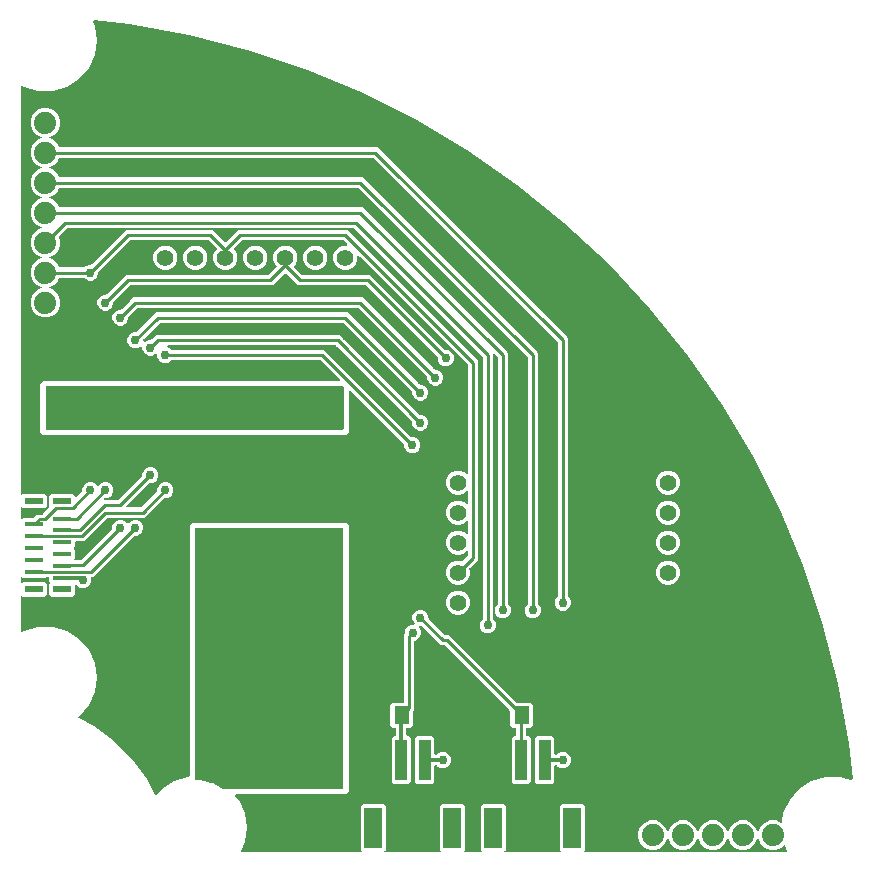
<source format=gtl>
G04 EAGLE Gerber RS-274X export*
G75*
%MOMM*%
%FSLAX34Y34*%
%LPD*%
%INTop Copper*%
%IPPOS*%
%AMOC8*
5,1,8,0,0,1.08239X$1,22.5*%
G01*
%ADD10R,1.000000X3.500000*%
%ADD11R,1.500000X3.400000*%
%ADD12R,1.300000X1.500000*%
%ADD13C,1.422400*%
%ADD14R,1.600200X0.406400*%
%ADD15R,1.600200X0.609600*%
%ADD16C,1.879600*%
%ADD17C,0.254000*%
%ADD18C,0.756400*%
%ADD19C,0.304800*%

G36*
X299923Y17663D02*
X299923Y17663D01*
X299995Y17665D01*
X300044Y17683D01*
X300095Y17692D01*
X300158Y17725D01*
X300226Y17750D01*
X300266Y17782D01*
X300312Y17807D01*
X300362Y17859D01*
X300418Y17903D01*
X300446Y17947D01*
X300482Y17985D01*
X300512Y18050D01*
X300551Y18110D01*
X300563Y18161D01*
X300585Y18208D01*
X300593Y18279D01*
X300611Y18349D01*
X300607Y18401D01*
X300612Y18453D01*
X300597Y18523D01*
X300592Y18594D01*
X300571Y18642D01*
X300560Y18693D01*
X300523Y18754D01*
X300495Y18820D01*
X300450Y18876D01*
X300434Y18904D01*
X300416Y18919D01*
X300390Y18951D01*
X299474Y19868D01*
X299474Y56394D01*
X301259Y58180D01*
X318785Y58180D01*
X320571Y56394D01*
X320571Y19868D01*
X319654Y18951D01*
X319612Y18893D01*
X319563Y18841D01*
X319541Y18794D01*
X319511Y18752D01*
X319490Y18683D01*
X319459Y18618D01*
X319454Y18566D01*
X319438Y18517D01*
X319440Y18445D01*
X319432Y18374D01*
X319443Y18323D01*
X319445Y18271D01*
X319469Y18203D01*
X319484Y18133D01*
X319511Y18089D01*
X319529Y18040D01*
X319574Y17984D01*
X319611Y17922D01*
X319650Y17888D01*
X319683Y17848D01*
X319743Y17809D01*
X319798Y17762D01*
X319846Y17743D01*
X319890Y17715D01*
X319959Y17697D01*
X320026Y17670D01*
X320097Y17662D01*
X320128Y17655D01*
X320151Y17656D01*
X320192Y17652D01*
X366852Y17652D01*
X366923Y17663D01*
X366995Y17665D01*
X367044Y17683D01*
X367095Y17692D01*
X367158Y17725D01*
X367226Y17750D01*
X367266Y17782D01*
X367312Y17807D01*
X367362Y17859D01*
X367418Y17903D01*
X367446Y17947D01*
X367482Y17985D01*
X367512Y18050D01*
X367551Y18110D01*
X367563Y18161D01*
X367585Y18208D01*
X367593Y18279D01*
X367611Y18349D01*
X367607Y18401D01*
X367612Y18453D01*
X367597Y18523D01*
X367592Y18594D01*
X367571Y18642D01*
X367560Y18693D01*
X367523Y18754D01*
X367495Y18820D01*
X367450Y18876D01*
X367434Y18904D01*
X367416Y18919D01*
X367390Y18951D01*
X366474Y19868D01*
X366474Y56394D01*
X368259Y58180D01*
X385785Y58180D01*
X387571Y56394D01*
X387571Y19868D01*
X386654Y18951D01*
X386612Y18893D01*
X386563Y18841D01*
X386541Y18794D01*
X386511Y18752D01*
X386490Y18683D01*
X386459Y18618D01*
X386454Y18566D01*
X386438Y18517D01*
X386440Y18445D01*
X386432Y18374D01*
X386443Y18323D01*
X386445Y18271D01*
X386469Y18203D01*
X386484Y18133D01*
X386511Y18089D01*
X386529Y18040D01*
X386574Y17984D01*
X386611Y17922D01*
X386650Y17888D01*
X386683Y17848D01*
X386743Y17809D01*
X386798Y17762D01*
X386846Y17743D01*
X386890Y17715D01*
X386959Y17697D01*
X387026Y17670D01*
X387097Y17662D01*
X387128Y17655D01*
X387151Y17656D01*
X387192Y17652D01*
X401452Y17652D01*
X401523Y17663D01*
X401595Y17665D01*
X401644Y17683D01*
X401695Y17692D01*
X401758Y17725D01*
X401826Y17750D01*
X401866Y17782D01*
X401912Y17807D01*
X401962Y17859D01*
X402018Y17903D01*
X402046Y17947D01*
X402082Y17985D01*
X402112Y18050D01*
X402151Y18110D01*
X402163Y18161D01*
X402185Y18208D01*
X402193Y18279D01*
X402211Y18349D01*
X402207Y18401D01*
X402212Y18453D01*
X402197Y18523D01*
X402192Y18594D01*
X402171Y18642D01*
X402160Y18693D01*
X402123Y18754D01*
X402095Y18820D01*
X402050Y18876D01*
X402034Y18904D01*
X402016Y18919D01*
X401990Y18951D01*
X401074Y19868D01*
X401074Y56394D01*
X402859Y58180D01*
X420385Y58180D01*
X422171Y56394D01*
X422171Y19868D01*
X421254Y18951D01*
X421212Y18893D01*
X421163Y18841D01*
X421141Y18794D01*
X421111Y18752D01*
X421090Y18683D01*
X421059Y18618D01*
X421054Y18566D01*
X421038Y18517D01*
X421040Y18445D01*
X421032Y18374D01*
X421043Y18323D01*
X421045Y18271D01*
X421069Y18203D01*
X421084Y18133D01*
X421111Y18089D01*
X421129Y18040D01*
X421174Y17984D01*
X421211Y17922D01*
X421250Y17888D01*
X421283Y17848D01*
X421343Y17809D01*
X421398Y17762D01*
X421446Y17743D01*
X421490Y17715D01*
X421559Y17697D01*
X421626Y17670D01*
X421697Y17662D01*
X421728Y17655D01*
X421751Y17656D01*
X421792Y17652D01*
X468452Y17652D01*
X468523Y17663D01*
X468595Y17665D01*
X468644Y17683D01*
X468695Y17692D01*
X468758Y17725D01*
X468826Y17750D01*
X468866Y17782D01*
X468912Y17807D01*
X468962Y17859D01*
X469018Y17903D01*
X469046Y17947D01*
X469082Y17985D01*
X469112Y18050D01*
X469151Y18110D01*
X469163Y18161D01*
X469185Y18208D01*
X469193Y18279D01*
X469211Y18349D01*
X469207Y18401D01*
X469212Y18453D01*
X469197Y18523D01*
X469192Y18594D01*
X469171Y18642D01*
X469160Y18693D01*
X469123Y18754D01*
X469095Y18820D01*
X469050Y18876D01*
X469034Y18904D01*
X469016Y18919D01*
X468990Y18951D01*
X468074Y19868D01*
X468074Y56394D01*
X469859Y58180D01*
X487385Y58180D01*
X489171Y56394D01*
X489171Y19868D01*
X488254Y18951D01*
X488212Y18893D01*
X488163Y18841D01*
X488141Y18794D01*
X488111Y18752D01*
X488090Y18683D01*
X488059Y18618D01*
X488054Y18566D01*
X488038Y18517D01*
X488040Y18445D01*
X488032Y18374D01*
X488043Y18323D01*
X488045Y18271D01*
X488069Y18203D01*
X488084Y18133D01*
X488111Y18089D01*
X488129Y18040D01*
X488174Y17984D01*
X488211Y17922D01*
X488250Y17888D01*
X488283Y17848D01*
X488343Y17809D01*
X488398Y17762D01*
X488446Y17743D01*
X488490Y17715D01*
X488559Y17697D01*
X488626Y17670D01*
X488697Y17662D01*
X488728Y17655D01*
X488751Y17656D01*
X488792Y17652D01*
X659919Y17652D01*
X659977Y17661D01*
X660037Y17661D01*
X660098Y17681D01*
X660161Y17692D01*
X660214Y17719D01*
X660270Y17738D01*
X660322Y17777D01*
X660379Y17807D01*
X660420Y17850D01*
X660467Y17885D01*
X660504Y17938D01*
X660548Y17985D01*
X660573Y18039D01*
X660607Y18088D01*
X660625Y18150D01*
X660652Y18208D01*
X660658Y18267D01*
X660675Y18324D01*
X660672Y18389D01*
X660679Y18453D01*
X660666Y18511D01*
X660663Y18570D01*
X660633Y18661D01*
X660627Y18693D01*
X660619Y18706D01*
X660611Y18729D01*
X658531Y23284D01*
X658513Y23311D01*
X658502Y23342D01*
X658445Y23413D01*
X658394Y23489D01*
X658368Y23508D01*
X658348Y23534D01*
X658271Y23583D01*
X658199Y23639D01*
X658168Y23649D01*
X658141Y23667D01*
X658053Y23689D01*
X657966Y23719D01*
X657934Y23719D01*
X657903Y23727D01*
X657812Y23720D01*
X657720Y23720D01*
X657690Y23710D01*
X657657Y23708D01*
X657573Y23672D01*
X657487Y23643D01*
X657461Y23624D01*
X657431Y23611D01*
X657300Y23506D01*
X655373Y21579D01*
X650798Y19684D01*
X645847Y19684D01*
X641272Y21579D01*
X637770Y25081D01*
X636326Y28569D01*
X636288Y28630D01*
X636259Y28695D01*
X636223Y28734D01*
X636196Y28778D01*
X636141Y28824D01*
X636092Y28876D01*
X636047Y28901D01*
X636007Y28935D01*
X635940Y28960D01*
X635877Y28995D01*
X635825Y29004D01*
X635777Y29023D01*
X635705Y29026D01*
X635635Y29039D01*
X635583Y29031D01*
X635531Y29033D01*
X635462Y29013D01*
X635391Y29003D01*
X635345Y28979D01*
X635295Y28965D01*
X635236Y28924D01*
X635172Y28891D01*
X635136Y28854D01*
X635093Y28824D01*
X635050Y28767D01*
X635000Y28716D01*
X634965Y28653D01*
X634946Y28627D01*
X634939Y28605D01*
X634919Y28569D01*
X633474Y25081D01*
X629973Y21579D01*
X625398Y19684D01*
X620447Y19684D01*
X615872Y21579D01*
X612370Y25081D01*
X610926Y28569D01*
X610888Y28630D01*
X610859Y28695D01*
X610823Y28734D01*
X610796Y28778D01*
X610741Y28824D01*
X610692Y28876D01*
X610647Y28901D01*
X610607Y28935D01*
X610540Y28960D01*
X610477Y28995D01*
X610425Y29004D01*
X610377Y29023D01*
X610305Y29026D01*
X610235Y29039D01*
X610183Y29031D01*
X610131Y29033D01*
X610062Y29013D01*
X609991Y29003D01*
X609945Y28979D01*
X609895Y28965D01*
X609836Y28924D01*
X609772Y28891D01*
X609736Y28854D01*
X609693Y28824D01*
X609650Y28767D01*
X609600Y28716D01*
X609565Y28653D01*
X609546Y28627D01*
X609539Y28605D01*
X609519Y28569D01*
X608074Y25081D01*
X604573Y21579D01*
X599998Y19684D01*
X595047Y19684D01*
X590472Y21579D01*
X586970Y25081D01*
X585526Y28569D01*
X585488Y28630D01*
X585459Y28695D01*
X585423Y28734D01*
X585396Y28778D01*
X585341Y28824D01*
X585292Y28876D01*
X585247Y28901D01*
X585207Y28935D01*
X585140Y28960D01*
X585077Y28995D01*
X585025Y29004D01*
X584977Y29023D01*
X584905Y29026D01*
X584835Y29039D01*
X584783Y29031D01*
X584731Y29033D01*
X584662Y29013D01*
X584591Y29003D01*
X584545Y28979D01*
X584495Y28965D01*
X584436Y28924D01*
X584372Y28891D01*
X584336Y28854D01*
X584293Y28824D01*
X584250Y28767D01*
X584200Y28716D01*
X584165Y28653D01*
X584146Y28627D01*
X584139Y28605D01*
X584119Y28569D01*
X582674Y25081D01*
X579173Y21579D01*
X574598Y19684D01*
X569647Y19684D01*
X565072Y21579D01*
X561570Y25081D01*
X560126Y28569D01*
X560088Y28630D01*
X560059Y28695D01*
X560023Y28734D01*
X559996Y28778D01*
X559941Y28824D01*
X559892Y28876D01*
X559847Y28901D01*
X559807Y28935D01*
X559740Y28960D01*
X559677Y28995D01*
X559625Y29004D01*
X559577Y29023D01*
X559505Y29026D01*
X559435Y29039D01*
X559383Y29031D01*
X559331Y29033D01*
X559262Y29013D01*
X559191Y29003D01*
X559145Y28979D01*
X559095Y28965D01*
X559036Y28924D01*
X558972Y28891D01*
X558936Y28854D01*
X558893Y28824D01*
X558850Y28767D01*
X558800Y28716D01*
X558765Y28653D01*
X558746Y28627D01*
X558739Y28605D01*
X558719Y28569D01*
X557274Y25081D01*
X553773Y21579D01*
X549198Y19684D01*
X544247Y19684D01*
X539672Y21579D01*
X536170Y25081D01*
X534276Y29655D01*
X534276Y34607D01*
X536170Y39182D01*
X539672Y42683D01*
X544247Y44578D01*
X549198Y44578D01*
X553773Y42683D01*
X557274Y39182D01*
X558719Y35693D01*
X558757Y35632D01*
X558786Y35567D01*
X558821Y35529D01*
X558849Y35484D01*
X558904Y35438D01*
X558952Y35386D01*
X558998Y35361D01*
X559038Y35327D01*
X559105Y35302D01*
X559168Y35267D01*
X559219Y35258D01*
X559268Y35239D01*
X559339Y35236D01*
X559410Y35223D01*
X559461Y35231D01*
X559513Y35229D01*
X559582Y35249D01*
X559653Y35259D01*
X559700Y35283D01*
X559750Y35297D01*
X559809Y35338D01*
X559872Y35371D01*
X559909Y35408D01*
X559952Y35438D01*
X559995Y35495D01*
X560045Y35546D01*
X560079Y35609D01*
X560099Y35635D01*
X560106Y35657D01*
X560126Y35693D01*
X561570Y39182D01*
X565072Y42683D01*
X569647Y44578D01*
X574598Y44578D01*
X579173Y42683D01*
X582674Y39182D01*
X584119Y35693D01*
X584157Y35632D01*
X584186Y35567D01*
X584221Y35529D01*
X584249Y35484D01*
X584304Y35438D01*
X584352Y35386D01*
X584398Y35361D01*
X584438Y35327D01*
X584505Y35302D01*
X584568Y35267D01*
X584619Y35258D01*
X584668Y35239D01*
X584739Y35236D01*
X584810Y35223D01*
X584861Y35231D01*
X584913Y35229D01*
X584982Y35249D01*
X585053Y35259D01*
X585100Y35283D01*
X585150Y35297D01*
X585209Y35338D01*
X585272Y35371D01*
X585309Y35408D01*
X585352Y35438D01*
X585395Y35495D01*
X585445Y35546D01*
X585479Y35609D01*
X585499Y35635D01*
X585506Y35657D01*
X585526Y35693D01*
X586970Y39182D01*
X590472Y42683D01*
X595047Y44578D01*
X599998Y44578D01*
X604573Y42683D01*
X608074Y39182D01*
X609519Y35693D01*
X609557Y35632D01*
X609586Y35567D01*
X609621Y35529D01*
X609649Y35484D01*
X609704Y35438D01*
X609752Y35386D01*
X609798Y35361D01*
X609838Y35327D01*
X609905Y35302D01*
X609968Y35267D01*
X610019Y35258D01*
X610068Y35239D01*
X610139Y35236D01*
X610210Y35223D01*
X610261Y35231D01*
X610313Y35229D01*
X610382Y35249D01*
X610453Y35259D01*
X610500Y35283D01*
X610550Y35297D01*
X610609Y35338D01*
X610672Y35371D01*
X610709Y35408D01*
X610752Y35438D01*
X610795Y35495D01*
X610845Y35546D01*
X610879Y35609D01*
X610899Y35635D01*
X610906Y35657D01*
X610926Y35693D01*
X612370Y39182D01*
X615872Y42683D01*
X620447Y44578D01*
X625398Y44578D01*
X629973Y42683D01*
X633474Y39182D01*
X634919Y35693D01*
X634957Y35632D01*
X634986Y35567D01*
X635021Y35529D01*
X635049Y35484D01*
X635104Y35438D01*
X635152Y35386D01*
X635198Y35361D01*
X635238Y35327D01*
X635305Y35302D01*
X635368Y35267D01*
X635419Y35258D01*
X635468Y35239D01*
X635539Y35236D01*
X635610Y35223D01*
X635661Y35231D01*
X635713Y35229D01*
X635782Y35249D01*
X635853Y35259D01*
X635900Y35283D01*
X635950Y35297D01*
X636009Y35338D01*
X636072Y35371D01*
X636109Y35408D01*
X636152Y35438D01*
X636195Y35495D01*
X636245Y35546D01*
X636279Y35609D01*
X636299Y35635D01*
X636306Y35657D01*
X636326Y35693D01*
X637770Y39182D01*
X641272Y42683D01*
X645847Y44578D01*
X650798Y44578D01*
X655102Y42795D01*
X655214Y42769D01*
X655325Y42740D01*
X655333Y42741D01*
X655342Y42739D01*
X655456Y42750D01*
X655570Y42758D01*
X655578Y42761D01*
X655587Y42762D01*
X655692Y42808D01*
X655797Y42852D01*
X655803Y42858D01*
X655811Y42862D01*
X655896Y42940D01*
X655982Y43015D01*
X655986Y43022D01*
X655993Y43028D01*
X656048Y43129D01*
X656105Y43227D01*
X656108Y43238D01*
X656111Y43244D01*
X656115Y43267D01*
X656131Y43327D01*
X656132Y43329D01*
X656132Y43333D01*
X656147Y43390D01*
X657211Y50787D01*
X662376Y62097D01*
X670517Y71493D01*
X680977Y78215D01*
X692906Y81717D01*
X705339Y81717D01*
X714817Y78934D01*
X714862Y78929D01*
X714906Y78914D01*
X714984Y78914D01*
X715061Y78904D01*
X715106Y78913D01*
X715152Y78913D01*
X715226Y78938D01*
X715302Y78953D01*
X715342Y78976D01*
X715385Y78991D01*
X715447Y79038D01*
X715515Y79077D01*
X715545Y79111D01*
X715582Y79139D01*
X715626Y79203D01*
X715677Y79262D01*
X715695Y79304D01*
X715721Y79342D01*
X715742Y79417D01*
X715772Y79488D01*
X715775Y79534D01*
X715788Y79579D01*
X715788Y79715D01*
X715789Y79734D01*
X715788Y79739D01*
X715788Y79746D01*
X712603Y109285D01*
X712598Y109305D01*
X712595Y109339D01*
X703478Y159793D01*
X703471Y159812D01*
X703466Y159846D01*
X690774Y209522D01*
X690766Y209540D01*
X690759Y209574D01*
X674557Y258218D01*
X674548Y258236D01*
X674538Y258269D01*
X654909Y305633D01*
X654898Y305651D01*
X654887Y305683D01*
X631930Y351528D01*
X631918Y351544D01*
X631904Y351575D01*
X605737Y395666D01*
X605724Y395682D01*
X605707Y395712D01*
X576463Y437825D01*
X576449Y437839D01*
X576430Y437868D01*
X544257Y477789D01*
X544242Y477802D01*
X544222Y477830D01*
X509284Y515354D01*
X509268Y515367D01*
X509245Y515393D01*
X471721Y550330D01*
X471704Y550342D01*
X471680Y550366D01*
X431759Y582539D01*
X431742Y582549D01*
X431716Y582571D01*
X389603Y611816D01*
X389585Y611825D01*
X389557Y611845D01*
X345466Y638013D01*
X345448Y638020D01*
X345419Y638039D01*
X299574Y660995D01*
X299555Y661001D01*
X299525Y661018D01*
X252160Y680647D01*
X252140Y680652D01*
X252109Y680666D01*
X203465Y696868D01*
X203445Y696871D01*
X203413Y696883D01*
X153737Y709575D01*
X153717Y709577D01*
X153684Y709587D01*
X103230Y718704D01*
X103210Y718704D01*
X103176Y718712D01*
X73553Y721906D01*
X73453Y721900D01*
X73353Y721901D01*
X73331Y721894D01*
X73307Y721892D01*
X73214Y721855D01*
X73120Y721824D01*
X73101Y721810D01*
X73079Y721801D01*
X73003Y721737D01*
X72923Y721677D01*
X72909Y721657D01*
X72891Y721642D01*
X72840Y721557D01*
X72783Y721474D01*
X72777Y721452D01*
X72764Y721432D01*
X72743Y721334D01*
X72715Y721238D01*
X72716Y721214D01*
X72711Y721191D01*
X72722Y721092D01*
X72726Y720992D01*
X72736Y720964D01*
X72737Y720947D01*
X72751Y720917D01*
X72779Y720833D01*
X74284Y717537D01*
X76053Y705231D01*
X74284Y692925D01*
X69119Y681615D01*
X60977Y672219D01*
X50518Y665497D01*
X38589Y661995D01*
X26156Y661995D01*
X14227Y665497D01*
X12716Y666468D01*
X12612Y666514D01*
X12509Y666561D01*
X12499Y666562D01*
X12490Y666566D01*
X12377Y666576D01*
X12265Y666588D01*
X12255Y666586D01*
X12245Y666587D01*
X12135Y666560D01*
X12024Y666536D01*
X12016Y666531D01*
X12006Y666528D01*
X11911Y666468D01*
X11813Y666410D01*
X11807Y666402D01*
X11798Y666397D01*
X11727Y666309D01*
X11653Y666223D01*
X11650Y666214D01*
X11643Y666206D01*
X11604Y666100D01*
X11562Y665995D01*
X11560Y665983D01*
X11557Y665975D01*
X11557Y665951D01*
X11543Y665828D01*
X11543Y321167D01*
X11555Y321096D01*
X11556Y321025D01*
X11574Y320976D01*
X11583Y320924D01*
X11616Y320861D01*
X11641Y320794D01*
X11673Y320753D01*
X11698Y320707D01*
X11750Y320658D01*
X11795Y320602D01*
X11838Y320574D01*
X11876Y320538D01*
X11941Y320507D01*
X12002Y320469D01*
X12052Y320456D01*
X12099Y320434D01*
X12171Y320426D01*
X12240Y320409D01*
X12292Y320413D01*
X12344Y320407D01*
X12414Y320422D01*
X12485Y320428D01*
X12533Y320448D01*
X12584Y320459D01*
X12646Y320496D01*
X12712Y320524D01*
X12768Y320569D01*
X12795Y320585D01*
X12810Y320603D01*
X12843Y320629D01*
X13456Y321243D01*
X31984Y321243D01*
X33770Y319457D01*
X33770Y310835D01*
X31984Y309049D01*
X13456Y309049D01*
X12843Y309663D01*
X12784Y309705D01*
X12732Y309754D01*
X12685Y309776D01*
X12643Y309807D01*
X12574Y309828D01*
X12509Y309858D01*
X12458Y309864D01*
X12408Y309879D01*
X12336Y309877D01*
X12265Y309885D01*
X12214Y309874D01*
X12162Y309873D01*
X12095Y309848D01*
X12024Y309833D01*
X11980Y309806D01*
X11931Y309788D01*
X11875Y309743D01*
X11813Y309707D01*
X11780Y309667D01*
X11739Y309635D01*
X11700Y309574D01*
X11653Y309520D01*
X11634Y309471D01*
X11606Y309428D01*
X11588Y309358D01*
X11562Y309292D01*
X11554Y309220D01*
X11546Y309189D01*
X11548Y309166D01*
X11543Y309125D01*
X11543Y300186D01*
X11555Y300115D01*
X11556Y300044D01*
X11574Y299995D01*
X11583Y299943D01*
X11616Y299880D01*
X11641Y299813D01*
X11673Y299772D01*
X11698Y299726D01*
X11750Y299677D01*
X11795Y299621D01*
X11838Y299593D01*
X11876Y299557D01*
X11941Y299526D01*
X12002Y299488D01*
X12052Y299475D01*
X12099Y299453D01*
X12171Y299445D01*
X12240Y299428D01*
X12292Y299432D01*
X12344Y299426D01*
X12414Y299441D01*
X12485Y299447D01*
X12533Y299467D01*
X12584Y299478D01*
X12646Y299515D01*
X12712Y299543D01*
X12768Y299588D01*
X12795Y299604D01*
X12810Y299622D01*
X12843Y299648D01*
X13456Y300262D01*
X21378Y300262D01*
X21468Y300277D01*
X21559Y300284D01*
X21589Y300296D01*
X21621Y300302D01*
X21702Y300344D01*
X21785Y300380D01*
X21818Y300406D01*
X21838Y300417D01*
X21860Y300440D01*
X21916Y300485D01*
X23099Y301667D01*
X25851Y304420D01*
X29880Y304420D01*
X29970Y304435D01*
X30061Y304442D01*
X30090Y304454D01*
X30122Y304460D01*
X30203Y304502D01*
X30287Y304538D01*
X30319Y304564D01*
X30340Y304575D01*
X30362Y304598D01*
X30418Y304643D01*
X35540Y309765D01*
X35552Y309781D01*
X35567Y309794D01*
X35623Y309881D01*
X35684Y309965D01*
X35690Y309984D01*
X35700Y310001D01*
X35726Y310101D01*
X35756Y310200D01*
X35756Y310220D01*
X35760Y310239D01*
X35752Y310342D01*
X35750Y310446D01*
X35743Y310464D01*
X35741Y310484D01*
X35701Y310580D01*
X35665Y310677D01*
X35653Y310692D01*
X35645Y310711D01*
X35547Y310834D01*
X35547Y319457D01*
X37332Y321243D01*
X55860Y321243D01*
X57646Y319457D01*
X57646Y319141D01*
X57658Y319070D01*
X57659Y318998D01*
X57677Y318949D01*
X57686Y318898D01*
X57719Y318835D01*
X57744Y318767D01*
X57776Y318727D01*
X57801Y318681D01*
X57853Y318631D01*
X57898Y318575D01*
X57941Y318547D01*
X57979Y318511D01*
X58044Y318481D01*
X58105Y318442D01*
X58155Y318430D01*
X58202Y318408D01*
X58274Y318400D01*
X58343Y318382D01*
X58395Y318386D01*
X58447Y318381D01*
X58517Y318396D01*
X58588Y318401D01*
X58636Y318422D01*
X58687Y318433D01*
X58749Y318470D01*
X58815Y318498D01*
X58871Y318543D01*
X58898Y318559D01*
X58913Y318577D01*
X58946Y318603D01*
X63419Y323076D01*
X63472Y323150D01*
X63531Y323219D01*
X63543Y323249D01*
X63562Y323275D01*
X63589Y323363D01*
X63623Y323447D01*
X63628Y323488D01*
X63635Y323510D01*
X63634Y323543D01*
X63642Y323614D01*
X63642Y325590D01*
X64682Y328100D01*
X66603Y330022D01*
X69114Y331062D01*
X71831Y331062D01*
X74342Y330022D01*
X76284Y328079D01*
X76300Y328068D01*
X76313Y328052D01*
X76400Y327996D01*
X76484Y327936D01*
X76503Y327930D01*
X76520Y327919D01*
X76620Y327894D01*
X76719Y327864D01*
X76739Y327864D01*
X76758Y327859D01*
X76861Y327867D01*
X76965Y327870D01*
X76984Y327877D01*
X77003Y327878D01*
X77098Y327919D01*
X77196Y327954D01*
X77211Y327967D01*
X77230Y327975D01*
X77361Y328079D01*
X79303Y330022D01*
X81814Y331062D01*
X84531Y331062D01*
X87042Y330022D01*
X88963Y328100D01*
X90003Y325590D01*
X90003Y322872D01*
X88963Y320362D01*
X87042Y318440D01*
X84531Y317400D01*
X82765Y317400D01*
X82675Y317386D01*
X82584Y317379D01*
X82554Y317366D01*
X82522Y317361D01*
X82442Y317318D01*
X82358Y317282D01*
X82325Y317256D01*
X82304Y317246D01*
X82282Y317222D01*
X82227Y317178D01*
X82198Y317150D01*
X82156Y317091D01*
X82107Y317039D01*
X82085Y316992D01*
X82055Y316950D01*
X82034Y316881D01*
X82003Y316816D01*
X81998Y316764D01*
X81982Y316715D01*
X81984Y316643D01*
X81976Y316572D01*
X81987Y316521D01*
X81989Y316469D01*
X82013Y316402D01*
X82028Y316331D01*
X82055Y316287D01*
X82073Y316238D01*
X82118Y316182D01*
X82155Y316120D01*
X82194Y316086D01*
X82226Y316046D01*
X82287Y316007D01*
X82342Y315960D01*
X82390Y315941D01*
X82433Y315913D01*
X82503Y315895D01*
X82570Y315868D01*
X82641Y315860D01*
X82672Y315853D01*
X82695Y315854D01*
X82736Y315850D01*
X93768Y315850D01*
X93858Y315865D01*
X93949Y315872D01*
X93979Y315884D01*
X94011Y315890D01*
X94092Y315932D01*
X94175Y315968D01*
X94208Y315994D01*
X94228Y316005D01*
X94250Y316028D01*
X94306Y316073D01*
X114219Y335985D01*
X114272Y336059D01*
X114331Y336128D01*
X114343Y336159D01*
X114362Y336185D01*
X114389Y336272D01*
X114423Y336357D01*
X114428Y336397D01*
X114435Y336420D01*
X114434Y336452D01*
X114442Y336523D01*
X114442Y338290D01*
X115482Y340800D01*
X117403Y342722D01*
X119914Y343762D01*
X122631Y343762D01*
X125142Y342722D01*
X127063Y340800D01*
X128103Y338290D01*
X128103Y335572D01*
X127063Y333062D01*
X125142Y331140D01*
X122631Y330100D01*
X120865Y330100D01*
X120774Y330086D01*
X120684Y330078D01*
X120654Y330066D01*
X120622Y330061D01*
X120541Y330018D01*
X120457Y329982D01*
X120425Y329956D01*
X120404Y329946D01*
X120382Y329922D01*
X120326Y329877D01*
X101248Y310799D01*
X101206Y310741D01*
X101157Y310689D01*
X101135Y310642D01*
X101105Y310600D01*
X101084Y310531D01*
X101053Y310466D01*
X101048Y310414D01*
X101032Y310365D01*
X101034Y310293D01*
X101026Y310222D01*
X101037Y310171D01*
X101039Y310119D01*
X101063Y310051D01*
X101078Y309981D01*
X101105Y309937D01*
X101123Y309888D01*
X101168Y309832D01*
X101205Y309770D01*
X101244Y309736D01*
X101277Y309696D01*
X101337Y309657D01*
X101392Y309610D01*
X101440Y309591D01*
X101484Y309563D01*
X101553Y309545D01*
X101620Y309518D01*
X101691Y309510D01*
X101722Y309503D01*
X101746Y309504D01*
X101786Y309500D01*
X112818Y309500D01*
X112908Y309515D01*
X112999Y309522D01*
X113029Y309534D01*
X113061Y309540D01*
X113142Y309582D01*
X113225Y309618D01*
X113258Y309644D01*
X113278Y309655D01*
X113300Y309678D01*
X113356Y309723D01*
X126919Y323285D01*
X126972Y323359D01*
X127031Y323428D01*
X127043Y323459D01*
X127062Y323485D01*
X127089Y323572D01*
X127123Y323657D01*
X127128Y323697D01*
X127135Y323720D01*
X127134Y323752D01*
X127142Y323823D01*
X127142Y325590D01*
X128182Y328100D01*
X130103Y330022D01*
X132614Y331062D01*
X135331Y331062D01*
X137842Y330022D01*
X139763Y328100D01*
X140803Y325590D01*
X140803Y322872D01*
X139763Y320362D01*
X137842Y318440D01*
X135331Y317400D01*
X133565Y317400D01*
X133474Y317386D01*
X133384Y317378D01*
X133354Y317366D01*
X133322Y317361D01*
X133241Y317318D01*
X133157Y317282D01*
X133125Y317256D01*
X133104Y317246D01*
X133082Y317222D01*
X133026Y317177D01*
X116711Y300862D01*
X85276Y300862D01*
X85186Y300848D01*
X85095Y300840D01*
X85066Y300828D01*
X85034Y300823D01*
X84953Y300780D01*
X84869Y300744D01*
X84837Y300718D01*
X84816Y300708D01*
X84794Y300684D01*
X84793Y300683D01*
X84791Y300682D01*
X84789Y300680D01*
X84738Y300639D01*
X64961Y280862D01*
X58407Y280862D01*
X58388Y280859D01*
X58368Y280861D01*
X58267Y280839D01*
X58165Y280823D01*
X58147Y280813D01*
X58127Y280809D01*
X58038Y280756D01*
X57947Y280708D01*
X57933Y280693D01*
X57916Y280683D01*
X57849Y280604D01*
X57778Y280529D01*
X57769Y280511D01*
X57756Y280496D01*
X57718Y280400D01*
X57674Y280306D01*
X57672Y280286D01*
X57665Y280268D01*
X57646Y280101D01*
X57646Y276886D01*
X56479Y275719D01*
X56468Y275703D01*
X56452Y275691D01*
X56396Y275604D01*
X56336Y275520D01*
X56330Y275501D01*
X56319Y275484D01*
X56294Y275383D01*
X56263Y275285D01*
X56264Y275265D01*
X56259Y275245D01*
X56267Y275142D01*
X56270Y275039D01*
X56277Y275020D01*
X56278Y275000D01*
X56318Y274905D01*
X56354Y274808D01*
X56367Y274792D01*
X56374Y274774D01*
X56479Y274643D01*
X57646Y273476D01*
X57646Y266886D01*
X57109Y266349D01*
X57067Y266291D01*
X57018Y266239D01*
X56996Y266192D01*
X56966Y266150D01*
X56945Y266081D01*
X56914Y266016D01*
X56909Y265964D01*
X56893Y265915D01*
X56895Y265843D01*
X56887Y265772D01*
X56898Y265721D01*
X56900Y265669D01*
X56924Y265601D01*
X56939Y265531D01*
X56966Y265487D01*
X56984Y265438D01*
X57029Y265382D01*
X57066Y265320D01*
X57105Y265286D01*
X57138Y265246D01*
X57198Y265207D01*
X57253Y265160D01*
X57301Y265141D01*
X57345Y265113D01*
X57414Y265095D01*
X57481Y265068D01*
X57552Y265060D01*
X57583Y265053D01*
X57606Y265054D01*
X57647Y265050D01*
X62018Y265050D01*
X62108Y265065D01*
X62199Y265072D01*
X62229Y265084D01*
X62261Y265090D01*
X62342Y265132D01*
X62425Y265168D01*
X62458Y265194D01*
X62478Y265205D01*
X62486Y265212D01*
X62487Y265213D01*
X62502Y265229D01*
X62556Y265273D01*
X88819Y291535D01*
X88872Y291609D01*
X88931Y291678D01*
X88943Y291709D01*
X88962Y291735D01*
X88989Y291822D01*
X89023Y291907D01*
X89028Y291947D01*
X89035Y291970D01*
X89034Y292002D01*
X89042Y292073D01*
X89042Y293840D01*
X90082Y296350D01*
X92003Y298272D01*
X94514Y299312D01*
X97231Y299312D01*
X99742Y298272D01*
X101684Y296329D01*
X101700Y296318D01*
X101713Y296302D01*
X101800Y296246D01*
X101884Y296186D01*
X101903Y296180D01*
X101920Y296169D01*
X102020Y296144D01*
X102119Y296114D01*
X102139Y296114D01*
X102158Y296109D01*
X102261Y296117D01*
X102365Y296120D01*
X102383Y296127D01*
X102403Y296128D01*
X102498Y296169D01*
X102596Y296204D01*
X102611Y296217D01*
X102630Y296225D01*
X102761Y296329D01*
X104703Y298272D01*
X107214Y299312D01*
X109931Y299312D01*
X112442Y298272D01*
X114363Y296350D01*
X115403Y293840D01*
X115403Y291122D01*
X114363Y288612D01*
X112442Y286690D01*
X109931Y285650D01*
X108164Y285650D01*
X108074Y285636D01*
X107983Y285628D01*
X107954Y285616D01*
X107922Y285611D01*
X107841Y285568D01*
X107757Y285532D01*
X107725Y285506D01*
X107704Y285496D01*
X107682Y285472D01*
X107626Y285427D01*
X73061Y250862D01*
X71482Y250862D01*
X71437Y250855D01*
X71391Y250857D01*
X71316Y250835D01*
X71240Y250823D01*
X71199Y250801D01*
X71155Y250788D01*
X71091Y250744D01*
X71022Y250708D01*
X70991Y250674D01*
X70953Y250648D01*
X70906Y250586D01*
X70853Y250529D01*
X70834Y250487D01*
X70806Y250451D01*
X70782Y250377D01*
X70749Y250306D01*
X70744Y250260D01*
X70730Y250217D01*
X70731Y250139D01*
X70722Y250062D01*
X70732Y250017D01*
X70732Y249971D01*
X70770Y249840D01*
X70774Y249821D01*
X70777Y249817D01*
X70779Y249810D01*
X70953Y249390D01*
X70953Y246672D01*
X69913Y244162D01*
X67992Y242240D01*
X65481Y241200D01*
X62764Y241200D01*
X60253Y242240D01*
X58946Y243548D01*
X58887Y243590D01*
X58835Y243639D01*
X58788Y243661D01*
X58746Y243691D01*
X58677Y243712D01*
X58612Y243743D01*
X58561Y243748D01*
X58511Y243764D01*
X58439Y243762D01*
X58368Y243770D01*
X58317Y243759D01*
X58265Y243757D01*
X58198Y243733D01*
X58127Y243717D01*
X58083Y243691D01*
X58034Y243673D01*
X57978Y243628D01*
X57916Y243591D01*
X57883Y243552D01*
X57842Y243519D01*
X57803Y243459D01*
X57756Y243404D01*
X57737Y243356D01*
X57709Y243312D01*
X57691Y243243D01*
X57665Y243176D01*
X57657Y243105D01*
X57649Y243074D01*
X57651Y243050D01*
X57646Y243009D01*
X57646Y235905D01*
X55860Y234119D01*
X37332Y234119D01*
X35547Y235905D01*
X35547Y244527D01*
X36188Y245168D01*
X36200Y245184D01*
X36215Y245197D01*
X36271Y245284D01*
X36331Y245368D01*
X36337Y245387D01*
X36348Y245404D01*
X36373Y245504D01*
X36404Y245603D01*
X36403Y245623D01*
X36408Y245642D01*
X36400Y245745D01*
X36397Y245849D01*
X36391Y245868D01*
X36389Y245888D01*
X36349Y245982D01*
X36313Y246080D01*
X36301Y246096D01*
X36293Y246114D01*
X36188Y246245D01*
X35547Y246886D01*
X35547Y250101D01*
X35543Y250121D01*
X35546Y250141D01*
X35524Y250242D01*
X35507Y250344D01*
X35498Y250361D01*
X35493Y250381D01*
X35440Y250470D01*
X35392Y250561D01*
X35377Y250575D01*
X35367Y250592D01*
X35288Y250659D01*
X35213Y250731D01*
X35195Y250739D01*
X35180Y250752D01*
X35084Y250791D01*
X34990Y250834D01*
X34971Y250836D01*
X34952Y250844D01*
X34785Y250862D01*
X33061Y250862D01*
X32971Y250848D01*
X32880Y250840D01*
X32851Y250828D01*
X32819Y250823D01*
X32738Y250780D01*
X32654Y250744D01*
X32622Y250718D01*
X32601Y250708D01*
X32579Y250684D01*
X32523Y250639D01*
X31984Y250100D01*
X13456Y250100D01*
X12843Y250714D01*
X12784Y250756D01*
X12732Y250805D01*
X12685Y250827D01*
X12643Y250858D01*
X12574Y250879D01*
X12509Y250909D01*
X12458Y250915D01*
X12408Y250930D01*
X12336Y250928D01*
X12265Y250936D01*
X12214Y250925D01*
X12162Y250924D01*
X12095Y250899D01*
X12024Y250884D01*
X11980Y250857D01*
X11931Y250839D01*
X11875Y250794D01*
X11813Y250758D01*
X11780Y250718D01*
X11739Y250686D01*
X11700Y250625D01*
X11653Y250571D01*
X11634Y250522D01*
X11606Y250479D01*
X11588Y250409D01*
X11562Y250343D01*
X11554Y250271D01*
X11546Y250240D01*
X11548Y250217D01*
X11543Y250176D01*
X11543Y246237D01*
X11555Y246166D01*
X11556Y246095D01*
X11574Y246046D01*
X11583Y245994D01*
X11616Y245931D01*
X11641Y245864D01*
X11673Y245823D01*
X11698Y245777D01*
X11750Y245728D01*
X11795Y245672D01*
X11838Y245644D01*
X11876Y245608D01*
X11941Y245577D01*
X12002Y245539D01*
X12052Y245526D01*
X12099Y245504D01*
X12171Y245496D01*
X12240Y245479D01*
X12292Y245483D01*
X12344Y245477D01*
X12414Y245492D01*
X12485Y245498D01*
X12533Y245518D01*
X12584Y245529D01*
X12646Y245566D01*
X12712Y245594D01*
X12768Y245639D01*
X12795Y245655D01*
X12810Y245673D01*
X12843Y245699D01*
X13456Y246313D01*
X31984Y246313D01*
X33770Y244527D01*
X33770Y235905D01*
X31984Y234119D01*
X13456Y234119D01*
X12843Y234733D01*
X12784Y234775D01*
X12732Y234824D01*
X12685Y234846D01*
X12643Y234877D01*
X12574Y234898D01*
X12509Y234928D01*
X12458Y234934D01*
X12408Y234949D01*
X12336Y234947D01*
X12265Y234955D01*
X12214Y234944D01*
X12162Y234943D01*
X12095Y234918D01*
X12024Y234903D01*
X11980Y234876D01*
X11931Y234858D01*
X11875Y234813D01*
X11813Y234777D01*
X11780Y234737D01*
X11739Y234705D01*
X11700Y234644D01*
X11653Y234590D01*
X11634Y234541D01*
X11606Y234498D01*
X11588Y234428D01*
X11562Y234362D01*
X11554Y234290D01*
X11546Y234259D01*
X11548Y234236D01*
X11543Y234195D01*
X11543Y204884D01*
X11561Y204772D01*
X11577Y204660D01*
X11581Y204651D01*
X11583Y204641D01*
X11636Y204541D01*
X11686Y204440D01*
X11693Y204433D01*
X11698Y204424D01*
X11780Y204346D01*
X11860Y204266D01*
X11869Y204262D01*
X11876Y204255D01*
X11979Y204207D01*
X12080Y204157D01*
X12090Y204155D01*
X12099Y204151D01*
X12211Y204139D01*
X12324Y204123D01*
X12334Y204125D01*
X12344Y204124D01*
X12454Y204148D01*
X12566Y204169D01*
X12576Y204174D01*
X12584Y204176D01*
X12605Y204189D01*
X12716Y204244D01*
X14227Y205215D01*
X26156Y208717D01*
X38589Y208717D01*
X50518Y205215D01*
X60977Y198493D01*
X69119Y189097D01*
X74284Y177787D01*
X76053Y165481D01*
X74284Y153175D01*
X69119Y141865D01*
X60977Y132469D01*
X60635Y132249D01*
X60564Y132185D01*
X60489Y132127D01*
X60473Y132103D01*
X60452Y132084D01*
X60405Y132001D01*
X60353Y131922D01*
X60345Y131895D01*
X60331Y131870D01*
X60313Y131776D01*
X60289Y131685D01*
X60290Y131656D01*
X60285Y131628D01*
X60298Y131534D01*
X60304Y131439D01*
X60315Y131413D01*
X60319Y131385D01*
X60361Y131300D01*
X60397Y131211D01*
X60415Y131190D01*
X60428Y131164D01*
X60495Y131097D01*
X60557Y131025D01*
X60587Y131005D01*
X60602Y130991D01*
X60631Y130976D01*
X60697Y130932D01*
X73359Y124397D01*
X90599Y111804D01*
X105695Y96708D01*
X118289Y79468D01*
X125011Y66443D01*
X125035Y66410D01*
X125052Y66372D01*
X125108Y66312D01*
X125157Y66246D01*
X125191Y66222D01*
X125219Y66192D01*
X125291Y66152D01*
X125359Y66105D01*
X125399Y66094D01*
X125435Y66074D01*
X125516Y66060D01*
X125595Y66037D01*
X125637Y66038D01*
X125677Y66031D01*
X125759Y66043D01*
X125841Y66047D01*
X125880Y66062D01*
X125920Y66068D01*
X125994Y66105D01*
X126071Y66135D01*
X126103Y66161D01*
X126139Y66180D01*
X126256Y66288D01*
X126260Y66291D01*
X126261Y66293D01*
X126262Y66294D01*
X130767Y71493D01*
X141227Y78215D01*
X153156Y81717D01*
X153797Y81717D01*
X153817Y81721D01*
X153836Y81718D01*
X153938Y81740D01*
X154040Y81757D01*
X154057Y81766D01*
X154077Y81771D01*
X154166Y81824D01*
X154257Y81872D01*
X154271Y81887D01*
X154288Y81897D01*
X154355Y81976D01*
X154426Y82051D01*
X154435Y82069D01*
X154448Y82084D01*
X154487Y82180D01*
X154530Y82274D01*
X154532Y82293D01*
X154540Y82312D01*
X154558Y82479D01*
X154558Y294301D01*
X156790Y296533D01*
X286947Y296533D01*
X289180Y294301D01*
X289180Y68894D01*
X286947Y66662D01*
X193830Y66662D01*
X193786Y66654D01*
X193742Y66656D01*
X193666Y66635D01*
X193588Y66622D01*
X193548Y66601D01*
X193505Y66589D01*
X193440Y66544D01*
X193370Y66507D01*
X193340Y66474D01*
X193303Y66449D01*
X193255Y66386D01*
X193201Y66328D01*
X193182Y66288D01*
X193155Y66252D01*
X193131Y66177D01*
X193097Y66105D01*
X193092Y66061D01*
X193078Y66018D01*
X193079Y65939D01*
X193070Y65861D01*
X193080Y65817D01*
X193080Y65773D01*
X193106Y65698D01*
X193122Y65621D01*
X193145Y65582D01*
X193160Y65540D01*
X193241Y65423D01*
X193249Y65409D01*
X193252Y65407D01*
X193255Y65402D01*
X196119Y62097D01*
X201284Y50787D01*
X203053Y38481D01*
X201284Y26175D01*
X197884Y18729D01*
X197868Y18672D01*
X197843Y18618D01*
X197836Y18554D01*
X197819Y18492D01*
X197822Y18433D01*
X197816Y18374D01*
X197830Y18311D01*
X197833Y18246D01*
X197855Y18191D01*
X197868Y18133D01*
X197901Y18078D01*
X197925Y18018D01*
X197964Y17973D01*
X197994Y17922D01*
X198043Y17880D01*
X198085Y17831D01*
X198136Y17801D01*
X198181Y17762D01*
X198241Y17738D01*
X198296Y17705D01*
X198354Y17693D01*
X198409Y17670D01*
X198505Y17660D01*
X198536Y17653D01*
X198552Y17655D01*
X198576Y17652D01*
X299852Y17652D01*
X299923Y17663D01*
G37*
%LPC*%
G36*
X405664Y203100D02*
X405664Y203100D01*
X403153Y204140D01*
X401232Y206062D01*
X400192Y208572D01*
X400192Y211290D01*
X401232Y213800D01*
X402481Y215049D01*
X402524Y215110D01*
X402561Y215149D01*
X402567Y215163D01*
X402593Y215193D01*
X402605Y215223D01*
X402624Y215249D01*
X402651Y215336D01*
X402685Y215421D01*
X402690Y215462D01*
X402697Y215484D01*
X402696Y215516D01*
X402704Y215588D01*
X402704Y436427D01*
X402689Y436517D01*
X402682Y436608D01*
X402669Y436638D01*
X402664Y436670D01*
X402621Y436750D01*
X402585Y436834D01*
X402560Y436866D01*
X402549Y436887D01*
X402525Y436909D01*
X402481Y436965D01*
X293442Y546003D01*
X293368Y546056D01*
X293299Y546116D01*
X293269Y546128D01*
X293243Y546147D01*
X293156Y546174D01*
X293071Y546208D01*
X293030Y546212D01*
X293008Y546219D01*
X292975Y546218D01*
X292904Y546226D01*
X51241Y546226D01*
X51150Y546212D01*
X51060Y546204D01*
X51030Y546192D01*
X50998Y546187D01*
X50917Y546144D01*
X50833Y546108D01*
X50801Y546082D01*
X50780Y546072D01*
X50758Y546048D01*
X50702Y546003D01*
X44047Y539348D01*
X43979Y539254D01*
X43909Y539160D01*
X43907Y539154D01*
X43904Y539149D01*
X43869Y539037D01*
X43833Y538926D01*
X43833Y538919D01*
X43831Y538914D01*
X43834Y538797D01*
X43835Y538680D01*
X43838Y538673D01*
X43838Y538668D01*
X43844Y538650D01*
X43882Y538519D01*
X44819Y536257D01*
X44819Y531305D01*
X42924Y526731D01*
X39423Y523229D01*
X35935Y521784D01*
X35874Y521747D01*
X35808Y521717D01*
X35770Y521682D01*
X35726Y521655D01*
X35680Y521599D01*
X35627Y521551D01*
X35602Y521505D01*
X35569Y521465D01*
X35543Y521398D01*
X35508Y521336D01*
X35499Y521284D01*
X35481Y521236D01*
X35478Y521164D01*
X35465Y521093D01*
X35472Y521042D01*
X35470Y520990D01*
X35490Y520921D01*
X35501Y520850D01*
X35524Y520804D01*
X35539Y520754D01*
X35580Y520695D01*
X35612Y520631D01*
X35649Y520594D01*
X35679Y520552D01*
X35736Y520509D01*
X35788Y520459D01*
X35850Y520424D01*
X35876Y520405D01*
X35899Y520398D01*
X35935Y520378D01*
X39423Y518933D01*
X42924Y515432D01*
X43861Y513170D01*
X43923Y513070D01*
X43983Y512970D01*
X43987Y512966D01*
X43991Y512961D01*
X44081Y512886D01*
X44169Y512810D01*
X44175Y512808D01*
X44180Y512804D01*
X44289Y512762D01*
X44398Y512718D01*
X44405Y512717D01*
X44410Y512716D01*
X44428Y512715D01*
X44564Y512700D01*
X64816Y512700D01*
X64906Y512715D01*
X64997Y512722D01*
X65026Y512734D01*
X65058Y512740D01*
X65139Y512782D01*
X65223Y512818D01*
X65255Y512844D01*
X65276Y512855D01*
X65298Y512878D01*
X65354Y512923D01*
X66603Y514172D01*
X69114Y515212D01*
X70880Y515212D01*
X70970Y515227D01*
X71061Y515234D01*
X71091Y515246D01*
X71123Y515252D01*
X71204Y515294D01*
X71287Y515330D01*
X71320Y515356D01*
X71340Y515367D01*
X71362Y515390D01*
X71418Y515435D01*
X97681Y541697D01*
X100433Y544450D01*
X173861Y544450D01*
X184234Y534077D01*
X184250Y534065D01*
X184263Y534050D01*
X184350Y533994D01*
X184434Y533933D01*
X184453Y533928D01*
X184470Y533917D01*
X184570Y533891D01*
X184669Y533861D01*
X184689Y533862D01*
X184708Y533857D01*
X184811Y533865D01*
X184915Y533867D01*
X184933Y533874D01*
X184953Y533876D01*
X185048Y533916D01*
X185146Y533952D01*
X185161Y533964D01*
X185180Y533972D01*
X185311Y534077D01*
X195683Y544450D01*
X288161Y544450D01*
X398641Y433970D01*
X398641Y265292D01*
X395888Y262539D01*
X391548Y258199D01*
X391480Y258104D01*
X391410Y258010D01*
X391408Y258004D01*
X391404Y257999D01*
X391370Y257888D01*
X391333Y257776D01*
X391333Y257770D01*
X391332Y257764D01*
X391335Y257647D01*
X391336Y257530D01*
X391338Y257523D01*
X391338Y257518D01*
X391344Y257501D01*
X391383Y257369D01*
X391783Y256402D01*
X391783Y252360D01*
X390236Y248625D01*
X387378Y245767D01*
X383643Y244220D01*
X379601Y244220D01*
X375867Y245767D01*
X373008Y248625D01*
X371462Y252360D01*
X371462Y256402D01*
X373008Y260137D01*
X375867Y262995D01*
X379601Y264542D01*
X383643Y264542D01*
X384610Y264141D01*
X384724Y264115D01*
X384837Y264086D01*
X384844Y264087D01*
X384850Y264085D01*
X384966Y264096D01*
X385083Y264105D01*
X385088Y264108D01*
X385095Y264108D01*
X385202Y264156D01*
X385309Y264201D01*
X385315Y264206D01*
X385319Y264208D01*
X385333Y264221D01*
X385440Y264306D01*
X389781Y268647D01*
X389834Y268721D01*
X389893Y268790D01*
X389905Y268820D01*
X389924Y268847D01*
X389951Y268934D01*
X389985Y269019D01*
X389990Y269059D01*
X389997Y269082D01*
X389996Y269114D01*
X390004Y269185D01*
X390004Y271955D01*
X389992Y272026D01*
X389990Y272098D01*
X389972Y272146D01*
X389964Y272198D01*
X389930Y272261D01*
X389906Y272329D01*
X389873Y272369D01*
X389849Y272415D01*
X389797Y272465D01*
X389752Y272521D01*
X389708Y272549D01*
X389670Y272585D01*
X389605Y272615D01*
X389545Y272654D01*
X389495Y272666D01*
X389447Y272688D01*
X389376Y272696D01*
X389307Y272714D01*
X389255Y272710D01*
X389203Y272715D01*
X389133Y272700D01*
X389061Y272694D01*
X389013Y272674D01*
X388963Y272663D01*
X388901Y272626D01*
X388835Y272598D01*
X388779Y272553D01*
X388751Y272537D01*
X388736Y272519D01*
X388704Y272493D01*
X387378Y271167D01*
X383643Y269620D01*
X379601Y269620D01*
X375867Y271167D01*
X373008Y274025D01*
X371462Y277760D01*
X371462Y281802D01*
X373008Y285537D01*
X375867Y288395D01*
X379601Y289942D01*
X383643Y289942D01*
X387378Y288395D01*
X388704Y287069D01*
X388762Y287027D01*
X388814Y286978D01*
X388862Y286956D01*
X388904Y286925D01*
X388972Y286904D01*
X389037Y286874D01*
X389089Y286868D01*
X389139Y286853D01*
X389211Y286855D01*
X389282Y286847D01*
X389333Y286858D01*
X389385Y286859D01*
X389452Y286884D01*
X389522Y286899D01*
X389567Y286926D01*
X389616Y286944D01*
X389672Y286989D01*
X389733Y287025D01*
X389767Y287065D01*
X389808Y287097D01*
X389847Y287158D01*
X389893Y287212D01*
X389913Y287261D01*
X389941Y287304D01*
X389958Y287374D01*
X389985Y287440D01*
X389993Y287512D01*
X390001Y287543D01*
X389999Y287566D01*
X390004Y287607D01*
X390004Y297355D01*
X389992Y297426D01*
X389990Y297498D01*
X389972Y297546D01*
X389964Y297598D01*
X389930Y297661D01*
X389906Y297729D01*
X389873Y297769D01*
X389849Y297815D01*
X389797Y297865D01*
X389752Y297921D01*
X389708Y297949D01*
X389670Y297985D01*
X389605Y298015D01*
X389545Y298054D01*
X389495Y298066D01*
X389447Y298088D01*
X389376Y298096D01*
X389307Y298114D01*
X389255Y298110D01*
X389203Y298115D01*
X389133Y298100D01*
X389061Y298094D01*
X389013Y298074D01*
X388963Y298063D01*
X388901Y298026D01*
X388835Y297998D01*
X388779Y297953D01*
X388751Y297937D01*
X388736Y297919D01*
X388704Y297893D01*
X387378Y296567D01*
X383643Y295020D01*
X379601Y295020D01*
X375867Y296567D01*
X373008Y299425D01*
X371462Y303160D01*
X371462Y307202D01*
X373008Y310937D01*
X375867Y313795D01*
X379601Y315342D01*
X383643Y315342D01*
X387378Y313795D01*
X388704Y312469D01*
X388762Y312427D01*
X388814Y312378D01*
X388836Y312367D01*
X388838Y312366D01*
X388849Y312361D01*
X388862Y312356D01*
X388904Y312325D01*
X388972Y312304D01*
X389037Y312274D01*
X389089Y312268D01*
X389139Y312253D01*
X389211Y312255D01*
X389282Y312247D01*
X389333Y312258D01*
X389385Y312259D01*
X389452Y312284D01*
X389522Y312299D01*
X389567Y312326D01*
X389616Y312344D01*
X389672Y312389D01*
X389733Y312425D01*
X389767Y312465D01*
X389808Y312497D01*
X389847Y312558D01*
X389893Y312612D01*
X389913Y312661D01*
X389941Y312704D01*
X389958Y312774D01*
X389962Y312782D01*
X389975Y312812D01*
X389976Y312818D01*
X389985Y312840D01*
X389993Y312912D01*
X390001Y312943D01*
X389999Y312966D01*
X390004Y313007D01*
X390004Y322755D01*
X389992Y322826D01*
X389990Y322898D01*
X389972Y322946D01*
X389964Y322998D01*
X389930Y323061D01*
X389906Y323129D01*
X389873Y323169D01*
X389849Y323215D01*
X389797Y323265D01*
X389752Y323321D01*
X389708Y323349D01*
X389670Y323385D01*
X389605Y323415D01*
X389545Y323454D01*
X389495Y323466D01*
X389447Y323488D01*
X389376Y323496D01*
X389307Y323514D01*
X389255Y323510D01*
X389203Y323515D01*
X389133Y323500D01*
X389061Y323494D01*
X389013Y323474D01*
X388963Y323463D01*
X388901Y323426D01*
X388835Y323398D01*
X388779Y323353D01*
X388751Y323337D01*
X388736Y323319D01*
X388704Y323293D01*
X387378Y321967D01*
X383643Y320420D01*
X379601Y320420D01*
X375867Y321967D01*
X373008Y324825D01*
X371462Y328560D01*
X371462Y332602D01*
X373008Y336337D01*
X375867Y339195D01*
X379601Y340742D01*
X383643Y340742D01*
X387378Y339195D01*
X388704Y337869D01*
X388762Y337827D01*
X388814Y337778D01*
X388862Y337756D01*
X388904Y337725D01*
X388972Y337704D01*
X389037Y337674D01*
X389089Y337668D01*
X389139Y337653D01*
X389211Y337655D01*
X389282Y337647D01*
X389333Y337658D01*
X389385Y337659D01*
X389452Y337684D01*
X389522Y337699D01*
X389567Y337726D01*
X389616Y337744D01*
X389672Y337789D01*
X389733Y337825D01*
X389767Y337865D01*
X389808Y337897D01*
X389847Y337958D01*
X389893Y338012D01*
X389913Y338061D01*
X389941Y338104D01*
X389958Y338174D01*
X389985Y338240D01*
X389993Y338312D01*
X390001Y338343D01*
X389999Y338366D01*
X390004Y338407D01*
X390004Y430077D01*
X389989Y430167D01*
X389982Y430258D01*
X389969Y430288D01*
X389964Y430320D01*
X389921Y430400D01*
X389885Y430484D01*
X389860Y430516D01*
X389849Y430537D01*
X389825Y430559D01*
X389781Y430615D01*
X297833Y522563D01*
X297774Y522605D01*
X297722Y522654D01*
X297675Y522676D01*
X297633Y522707D01*
X297564Y522728D01*
X297499Y522758D01*
X297448Y522764D01*
X297398Y522779D01*
X297326Y522777D01*
X297255Y522785D01*
X297204Y522774D01*
X297152Y522773D01*
X297084Y522748D01*
X297014Y522733D01*
X296970Y522706D01*
X296921Y522688D01*
X296865Y522643D01*
X296803Y522607D01*
X296770Y522567D01*
X296729Y522535D01*
X296690Y522474D01*
X296643Y522420D01*
X296624Y522371D01*
X296596Y522328D01*
X296578Y522258D01*
X296552Y522192D01*
X296544Y522120D01*
X296536Y522089D01*
X296538Y522066D01*
X296533Y522025D01*
X296533Y519060D01*
X294986Y515325D01*
X292128Y512467D01*
X288393Y510920D01*
X284351Y510920D01*
X280617Y512467D01*
X277758Y515325D01*
X276212Y519060D01*
X276212Y523102D01*
X277758Y526837D01*
X280617Y529695D01*
X284351Y531242D01*
X287316Y531242D01*
X287387Y531253D01*
X287459Y531255D01*
X287508Y531273D01*
X287559Y531282D01*
X287622Y531315D01*
X287690Y531340D01*
X287730Y531372D01*
X287776Y531397D01*
X287826Y531449D01*
X287882Y531493D01*
X287910Y531537D01*
X287946Y531575D01*
X287976Y531640D01*
X288015Y531700D01*
X288027Y531751D01*
X288049Y531798D01*
X288057Y531869D01*
X288075Y531939D01*
X288071Y531991D01*
X288076Y532043D01*
X288061Y532113D01*
X288056Y532184D01*
X288035Y532232D01*
X288024Y532283D01*
X287987Y532344D01*
X287959Y532410D01*
X287914Y532466D01*
X287898Y532494D01*
X287880Y532509D01*
X287854Y532541D01*
X284806Y535589D01*
X284732Y535643D01*
X284663Y535702D01*
X284633Y535714D01*
X284607Y535733D01*
X284519Y535760D01*
X284435Y535794D01*
X284394Y535798D01*
X284372Y535805D01*
X284339Y535804D01*
X284268Y535812D01*
X199577Y535812D01*
X199486Y535798D01*
X199396Y535790D01*
X199366Y535778D01*
X199334Y535773D01*
X199253Y535730D01*
X199169Y535694D01*
X199137Y535668D01*
X199116Y535658D01*
X199094Y535634D01*
X199038Y535589D01*
X192374Y528925D01*
X192362Y528909D01*
X192347Y528897D01*
X192291Y528810D01*
X192231Y528726D01*
X192225Y528706D01*
X192214Y528690D01*
X192189Y528589D01*
X192158Y528490D01*
X192159Y528471D01*
X192154Y528451D01*
X192162Y528348D01*
X192165Y528245D01*
X192171Y528226D01*
X192173Y528206D01*
X192213Y528111D01*
X192249Y528014D01*
X192262Y527998D01*
X192269Y527980D01*
X192374Y527849D01*
X193386Y526837D01*
X194933Y523102D01*
X194933Y519060D01*
X193386Y515325D01*
X190528Y512467D01*
X186793Y510920D01*
X182751Y510920D01*
X179017Y512467D01*
X176158Y515325D01*
X174612Y519060D01*
X174612Y523102D01*
X176158Y526837D01*
X177171Y527849D01*
X177182Y527865D01*
X177198Y527877D01*
X177254Y527965D01*
X177314Y528048D01*
X177320Y528067D01*
X177331Y528084D01*
X177356Y528185D01*
X177386Y528284D01*
X177386Y528303D01*
X177391Y528323D01*
X177383Y528426D01*
X177380Y528529D01*
X177373Y528548D01*
X177372Y528568D01*
X177331Y528663D01*
X177296Y528760D01*
X177283Y528776D01*
X177275Y528794D01*
X177171Y528925D01*
X170506Y535589D01*
X170432Y535642D01*
X170363Y535702D01*
X170333Y535714D01*
X170307Y535733D01*
X170220Y535760D01*
X170135Y535794D01*
X170094Y535798D01*
X170072Y535805D01*
X170039Y535804D01*
X169968Y535812D01*
X104327Y535812D01*
X104236Y535798D01*
X104146Y535790D01*
X104116Y535778D01*
X104084Y535773D01*
X104003Y535730D01*
X103919Y535694D01*
X103887Y535668D01*
X103866Y535658D01*
X103844Y535634D01*
X103788Y535589D01*
X77526Y509327D01*
X77473Y509253D01*
X77413Y509184D01*
X77401Y509154D01*
X77382Y509127D01*
X77356Y509040D01*
X77322Y508956D01*
X77317Y508915D01*
X77310Y508892D01*
X77311Y508860D01*
X77303Y508789D01*
X77303Y507022D01*
X76263Y504512D01*
X74342Y502590D01*
X71831Y501550D01*
X69114Y501550D01*
X66603Y502590D01*
X65354Y503839D01*
X65280Y503892D01*
X65210Y503952D01*
X65180Y503964D01*
X65154Y503983D01*
X65067Y504010D01*
X64982Y504044D01*
X64941Y504048D01*
X64919Y504055D01*
X64887Y504054D01*
X64816Y504062D01*
X44564Y504062D01*
X44450Y504044D01*
X44333Y504026D01*
X44328Y504024D01*
X44322Y504023D01*
X44219Y503968D01*
X44114Y503915D01*
X44110Y503910D01*
X44104Y503908D01*
X44024Y503823D01*
X43942Y503739D01*
X43938Y503733D01*
X43935Y503729D01*
X43927Y503712D01*
X43861Y503592D01*
X42924Y501331D01*
X39423Y497829D01*
X35935Y496384D01*
X35874Y496347D01*
X35808Y496317D01*
X35770Y496282D01*
X35726Y496255D01*
X35680Y496199D01*
X35627Y496151D01*
X35602Y496105D01*
X35569Y496065D01*
X35543Y495998D01*
X35508Y495936D01*
X35499Y495884D01*
X35481Y495836D01*
X35478Y495764D01*
X35465Y495693D01*
X35472Y495642D01*
X35470Y495590D01*
X35490Y495521D01*
X35501Y495450D01*
X35524Y495404D01*
X35539Y495354D01*
X35580Y495295D01*
X35612Y495231D01*
X35649Y495194D01*
X35679Y495152D01*
X35736Y495109D01*
X35788Y495059D01*
X35850Y495024D01*
X35876Y495005D01*
X35899Y494998D01*
X35935Y494978D01*
X39423Y493533D01*
X42924Y490032D01*
X44819Y485457D01*
X44819Y480505D01*
X42924Y475931D01*
X39423Y472429D01*
X34848Y470534D01*
X29897Y470534D01*
X25322Y472429D01*
X21820Y475931D01*
X19926Y480505D01*
X19926Y485457D01*
X21820Y490032D01*
X25322Y493533D01*
X28810Y494978D01*
X28871Y495016D01*
X28936Y495045D01*
X28975Y495080D01*
X29019Y495107D01*
X29065Y495163D01*
X29118Y495211D01*
X29143Y495257D01*
X29176Y495297D01*
X29202Y495364D01*
X29236Y495427D01*
X29245Y495478D01*
X29264Y495526D01*
X29267Y495598D01*
X29280Y495669D01*
X29272Y495720D01*
X29274Y495772D01*
X29255Y495841D01*
X29244Y495912D01*
X29220Y495958D01*
X29206Y496008D01*
X29165Y496067D01*
X29133Y496131D01*
X29095Y496168D01*
X29066Y496210D01*
X29008Y496253D01*
X28957Y496303D01*
X28894Y496338D01*
X28868Y496357D01*
X28846Y496365D01*
X28810Y496384D01*
X25322Y497829D01*
X21820Y501331D01*
X19926Y505905D01*
X19926Y510857D01*
X21820Y515432D01*
X25322Y518933D01*
X28810Y520378D01*
X28871Y520416D01*
X28936Y520445D01*
X28975Y520480D01*
X29019Y520507D01*
X29065Y520563D01*
X29118Y520611D01*
X29143Y520657D01*
X29176Y520697D01*
X29202Y520764D01*
X29236Y520827D01*
X29245Y520878D01*
X29264Y520926D01*
X29267Y520998D01*
X29280Y521069D01*
X29272Y521120D01*
X29274Y521172D01*
X29255Y521241D01*
X29244Y521312D01*
X29220Y521358D01*
X29206Y521408D01*
X29165Y521467D01*
X29133Y521531D01*
X29095Y521568D01*
X29066Y521610D01*
X29008Y521653D01*
X28957Y521703D01*
X28894Y521738D01*
X28868Y521757D01*
X28846Y521765D01*
X28810Y521784D01*
X25322Y523229D01*
X21820Y526731D01*
X19926Y531305D01*
X19926Y536257D01*
X21820Y540832D01*
X25322Y544333D01*
X28810Y545778D01*
X28871Y545816D01*
X28936Y545845D01*
X28975Y545880D01*
X29019Y545907D01*
X29065Y545963D01*
X29118Y546011D01*
X29143Y546057D01*
X29176Y546097D01*
X29202Y546164D01*
X29236Y546227D01*
X29245Y546278D01*
X29264Y546326D01*
X29267Y546398D01*
X29280Y546469D01*
X29272Y546520D01*
X29274Y546572D01*
X29255Y546641D01*
X29244Y546712D01*
X29220Y546758D01*
X29206Y546808D01*
X29165Y546867D01*
X29133Y546931D01*
X29095Y546968D01*
X29066Y547010D01*
X29008Y547053D01*
X28957Y547103D01*
X28894Y547138D01*
X28868Y547157D01*
X28846Y547165D01*
X28810Y547184D01*
X25322Y548629D01*
X21820Y552131D01*
X19926Y556705D01*
X19926Y561657D01*
X21820Y566232D01*
X25322Y569733D01*
X28810Y571178D01*
X28871Y571216D01*
X28936Y571245D01*
X28975Y571280D01*
X29019Y571307D01*
X29065Y571363D01*
X29118Y571411D01*
X29143Y571457D01*
X29176Y571497D01*
X29202Y571564D01*
X29236Y571627D01*
X29245Y571678D01*
X29264Y571726D01*
X29267Y571798D01*
X29280Y571869D01*
X29272Y571920D01*
X29274Y571972D01*
X29255Y572041D01*
X29244Y572112D01*
X29220Y572158D01*
X29206Y572208D01*
X29165Y572267D01*
X29133Y572331D01*
X29095Y572368D01*
X29066Y572410D01*
X29008Y572453D01*
X28957Y572503D01*
X28894Y572538D01*
X28868Y572557D01*
X28846Y572565D01*
X28810Y572584D01*
X25322Y574029D01*
X21820Y577531D01*
X19926Y582105D01*
X19926Y587057D01*
X21820Y591632D01*
X25322Y595133D01*
X28810Y596578D01*
X28871Y596616D01*
X28936Y596645D01*
X28975Y596680D01*
X29019Y596707D01*
X29065Y596763D01*
X29118Y596811D01*
X29143Y596857D01*
X29176Y596897D01*
X29202Y596964D01*
X29236Y597027D01*
X29245Y597078D01*
X29264Y597126D01*
X29267Y597198D01*
X29280Y597269D01*
X29272Y597320D01*
X29275Y597372D01*
X29255Y597441D01*
X29244Y597512D01*
X29220Y597558D01*
X29206Y597608D01*
X29165Y597667D01*
X29133Y597731D01*
X29095Y597768D01*
X29066Y597811D01*
X29008Y597853D01*
X28957Y597904D01*
X28894Y597938D01*
X28868Y597957D01*
X28846Y597965D01*
X28810Y597984D01*
X25322Y599429D01*
X21820Y602931D01*
X19926Y607505D01*
X19926Y612457D01*
X21820Y617032D01*
X25322Y620533D01*
X28810Y621978D01*
X28871Y622016D01*
X28936Y622045D01*
X28975Y622080D01*
X29019Y622107D01*
X29065Y622163D01*
X29118Y622211D01*
X29143Y622257D01*
X29176Y622297D01*
X29202Y622364D01*
X29236Y622427D01*
X29245Y622478D01*
X29264Y622526D01*
X29267Y622598D01*
X29280Y622669D01*
X29272Y622720D01*
X29275Y622772D01*
X29255Y622841D01*
X29244Y622912D01*
X29220Y622958D01*
X29206Y623008D01*
X29165Y623067D01*
X29133Y623131D01*
X29095Y623168D01*
X29066Y623210D01*
X29008Y623253D01*
X28957Y623303D01*
X28894Y623338D01*
X28868Y623357D01*
X28846Y623365D01*
X28810Y623384D01*
X25322Y624829D01*
X21820Y628331D01*
X19926Y632905D01*
X19926Y637857D01*
X21820Y642432D01*
X25322Y645933D01*
X29897Y647828D01*
X34848Y647828D01*
X39423Y645933D01*
X42924Y642432D01*
X44819Y637857D01*
X44819Y632905D01*
X42924Y628331D01*
X39423Y624829D01*
X35935Y623384D01*
X35874Y623347D01*
X35808Y623317D01*
X35770Y623282D01*
X35726Y623255D01*
X35680Y623199D01*
X35627Y623151D01*
X35602Y623105D01*
X35569Y623065D01*
X35543Y622998D01*
X35508Y622936D01*
X35499Y622884D01*
X35481Y622836D01*
X35477Y622764D01*
X35465Y622693D01*
X35472Y622642D01*
X35470Y622590D01*
X35490Y622521D01*
X35501Y622450D01*
X35524Y622404D01*
X35539Y622354D01*
X35579Y622295D01*
X35612Y622231D01*
X35649Y622194D01*
X35679Y622152D01*
X35736Y622109D01*
X35788Y622059D01*
X35850Y622024D01*
X35876Y622005D01*
X35899Y621998D01*
X35935Y621978D01*
X39423Y620533D01*
X42924Y617032D01*
X43861Y614770D01*
X43923Y614670D01*
X43983Y614570D01*
X43987Y614566D01*
X43991Y614561D01*
X44081Y614486D01*
X44169Y614410D01*
X44175Y614408D01*
X44180Y614404D01*
X44289Y614362D01*
X44398Y614318D01*
X44405Y614317D01*
X44410Y614316D01*
X44428Y614315D01*
X44564Y614300D01*
X313561Y614300D01*
X474841Y453020D01*
X474841Y234638D01*
X474856Y234548D01*
X474863Y234457D01*
X474876Y234427D01*
X474881Y234395D01*
X474923Y234314D01*
X474959Y234230D01*
X474985Y234198D01*
X474996Y234178D01*
X475019Y234155D01*
X475064Y234099D01*
X476313Y232850D01*
X477353Y230340D01*
X477353Y227622D01*
X476313Y225112D01*
X474392Y223190D01*
X471881Y222150D01*
X469164Y222150D01*
X466653Y223190D01*
X464732Y225112D01*
X463692Y227622D01*
X463692Y230340D01*
X464732Y232850D01*
X465981Y234099D01*
X466027Y234164D01*
X466042Y234180D01*
X466045Y234187D01*
X466093Y234243D01*
X466105Y234273D01*
X466124Y234299D01*
X466151Y234386D01*
X466185Y234471D01*
X466190Y234512D01*
X466197Y234534D01*
X466196Y234566D01*
X466204Y234638D01*
X466204Y449127D01*
X466189Y449217D01*
X466182Y449308D01*
X466169Y449338D01*
X466164Y449370D01*
X466121Y449450D01*
X466085Y449534D01*
X466060Y449566D01*
X466049Y449587D01*
X466025Y449609D01*
X465981Y449665D01*
X310206Y605439D01*
X310132Y605492D01*
X310063Y605552D01*
X310033Y605564D01*
X310007Y605583D01*
X309920Y605610D01*
X309835Y605644D01*
X309794Y605648D01*
X309772Y605655D01*
X309739Y605654D01*
X309668Y605662D01*
X44564Y605662D01*
X44450Y605644D01*
X44333Y605626D01*
X44328Y605624D01*
X44322Y605623D01*
X44219Y605568D01*
X44114Y605515D01*
X44110Y605510D01*
X44104Y605508D01*
X44024Y605423D01*
X43942Y605339D01*
X43938Y605333D01*
X43935Y605329D01*
X43927Y605312D01*
X43861Y605192D01*
X42924Y602931D01*
X39423Y599429D01*
X35935Y597984D01*
X35874Y597947D01*
X35808Y597917D01*
X35770Y597882D01*
X35726Y597855D01*
X35680Y597799D01*
X35627Y597751D01*
X35602Y597705D01*
X35569Y597665D01*
X35543Y597598D01*
X35508Y597536D01*
X35499Y597484D01*
X35481Y597436D01*
X35477Y597364D01*
X35465Y597293D01*
X35472Y597242D01*
X35470Y597190D01*
X35490Y597121D01*
X35501Y597050D01*
X35524Y597004D01*
X35539Y596954D01*
X35579Y596895D01*
X35612Y596831D01*
X35649Y596794D01*
X35679Y596752D01*
X35736Y596709D01*
X35788Y596659D01*
X35850Y596624D01*
X35876Y596605D01*
X35899Y596598D01*
X35935Y596578D01*
X39423Y595133D01*
X42924Y591632D01*
X43861Y589370D01*
X43923Y589270D01*
X43983Y589170D01*
X43987Y589166D01*
X43991Y589161D01*
X44081Y589086D01*
X44169Y589010D01*
X44175Y589008D01*
X44180Y589004D01*
X44289Y588962D01*
X44398Y588918D01*
X44405Y588917D01*
X44410Y588916D01*
X44428Y588915D01*
X44564Y588900D01*
X300861Y588900D01*
X449441Y440320D01*
X449441Y228288D01*
X449456Y228198D01*
X449463Y228107D01*
X449476Y228077D01*
X449481Y228045D01*
X449524Y227964D01*
X449559Y227880D01*
X449585Y227848D01*
X449596Y227828D01*
X449619Y227805D01*
X449664Y227749D01*
X450913Y226500D01*
X451953Y223990D01*
X451953Y221272D01*
X450913Y218762D01*
X448992Y216840D01*
X446481Y215800D01*
X443764Y215800D01*
X441253Y216840D01*
X439332Y218762D01*
X438292Y221272D01*
X438292Y223990D01*
X439332Y226500D01*
X440581Y227749D01*
X440634Y227823D01*
X440693Y227893D01*
X440705Y227923D01*
X440724Y227949D01*
X440751Y228036D01*
X440785Y228121D01*
X440790Y228162D01*
X440797Y228184D01*
X440796Y228216D01*
X440804Y228288D01*
X440804Y436427D01*
X440789Y436517D01*
X440782Y436608D01*
X440769Y436638D01*
X440764Y436670D01*
X440721Y436750D01*
X440685Y436834D01*
X440660Y436866D01*
X440649Y436887D01*
X440625Y436909D01*
X440581Y436965D01*
X297506Y580039D01*
X297432Y580092D01*
X297363Y580152D01*
X297333Y580164D01*
X297307Y580183D01*
X297220Y580210D01*
X297135Y580244D01*
X297094Y580248D01*
X297072Y580255D01*
X297039Y580254D01*
X296968Y580262D01*
X44564Y580262D01*
X44450Y580244D01*
X44333Y580226D01*
X44328Y580224D01*
X44322Y580223D01*
X44219Y580168D01*
X44114Y580115D01*
X44110Y580110D01*
X44104Y580108D01*
X44024Y580023D01*
X43942Y579939D01*
X43938Y579933D01*
X43935Y579929D01*
X43927Y579912D01*
X43861Y579792D01*
X42924Y577531D01*
X39423Y574029D01*
X35935Y572584D01*
X35874Y572547D01*
X35808Y572517D01*
X35770Y572482D01*
X35726Y572455D01*
X35680Y572399D01*
X35627Y572351D01*
X35602Y572305D01*
X35569Y572265D01*
X35543Y572198D01*
X35508Y572136D01*
X35499Y572084D01*
X35481Y572036D01*
X35478Y571964D01*
X35465Y571893D01*
X35472Y571842D01*
X35470Y571790D01*
X35490Y571721D01*
X35501Y571650D01*
X35524Y571604D01*
X35539Y571554D01*
X35580Y571495D01*
X35612Y571431D01*
X35649Y571394D01*
X35679Y571352D01*
X35736Y571309D01*
X35788Y571259D01*
X35850Y571224D01*
X35876Y571205D01*
X35899Y571198D01*
X35935Y571178D01*
X39423Y569733D01*
X42924Y566232D01*
X43861Y563970D01*
X43923Y563870D01*
X43983Y563770D01*
X43987Y563766D01*
X43991Y563761D01*
X44081Y563686D01*
X44169Y563610D01*
X44175Y563608D01*
X44180Y563604D01*
X44289Y563562D01*
X44398Y563518D01*
X44405Y563517D01*
X44410Y563516D01*
X44428Y563515D01*
X44564Y563500D01*
X300861Y563500D01*
X424041Y440320D01*
X424041Y228288D01*
X424056Y228198D01*
X424063Y228107D01*
X424076Y228077D01*
X424081Y228045D01*
X424124Y227964D01*
X424159Y227880D01*
X424185Y227848D01*
X424196Y227828D01*
X424219Y227805D01*
X424264Y227749D01*
X425513Y226500D01*
X426553Y223990D01*
X426553Y221272D01*
X425513Y218762D01*
X423592Y216840D01*
X421081Y215800D01*
X418364Y215800D01*
X415853Y216840D01*
X413932Y218762D01*
X412892Y221272D01*
X412892Y223990D01*
X413932Y226500D01*
X415181Y227749D01*
X415234Y227823D01*
X415293Y227893D01*
X415305Y227923D01*
X415324Y227949D01*
X415351Y228036D01*
X415385Y228121D01*
X415390Y228162D01*
X415397Y228184D01*
X415396Y228216D01*
X415404Y228288D01*
X415404Y436427D01*
X415389Y436517D01*
X415382Y436608D01*
X415369Y436638D01*
X415364Y436670D01*
X415321Y436750D01*
X415285Y436834D01*
X415260Y436866D01*
X415249Y436887D01*
X415225Y436909D01*
X415181Y436965D01*
X412641Y439505D01*
X412582Y439547D01*
X412530Y439596D01*
X412483Y439618D01*
X412441Y439649D01*
X412372Y439670D01*
X412307Y439700D01*
X412256Y439706D01*
X412206Y439721D01*
X412134Y439719D01*
X412063Y439727D01*
X412012Y439716D01*
X411960Y439715D01*
X411893Y439690D01*
X411822Y439675D01*
X411778Y439648D01*
X411729Y439630D01*
X411673Y439585D01*
X411611Y439549D01*
X411578Y439509D01*
X411537Y439477D01*
X411498Y439416D01*
X411451Y439362D01*
X411432Y439313D01*
X411404Y439270D01*
X411386Y439200D01*
X411360Y439134D01*
X411352Y439062D01*
X411344Y439031D01*
X411346Y439008D01*
X411341Y438967D01*
X411341Y215588D01*
X411356Y215498D01*
X411363Y215407D01*
X411376Y215377D01*
X411381Y215345D01*
X411405Y215300D01*
X411405Y215297D01*
X411413Y215283D01*
X411424Y215264D01*
X411459Y215180D01*
X411485Y215148D01*
X411496Y215128D01*
X411519Y215105D01*
X411521Y215103D01*
X411531Y215086D01*
X411542Y215077D01*
X411564Y215049D01*
X412813Y213800D01*
X413853Y211290D01*
X413853Y208572D01*
X412813Y206062D01*
X410892Y204140D01*
X408381Y203100D01*
X405664Y203100D01*
G37*
%LPD*%
G36*
X283865Y71238D02*
X283865Y71238D01*
X283884Y71236D01*
X283986Y71258D01*
X284088Y71275D01*
X284105Y71284D01*
X284125Y71288D01*
X284214Y71342D01*
X284305Y71390D01*
X284319Y71404D01*
X284336Y71415D01*
X284403Y71493D01*
X284474Y71568D01*
X284483Y71586D01*
X284496Y71601D01*
X284535Y71698D01*
X284578Y71791D01*
X284580Y71811D01*
X284588Y71830D01*
X284606Y71996D01*
X284606Y291198D01*
X284603Y291218D01*
X284605Y291238D01*
X284583Y291339D01*
X284566Y291441D01*
X284557Y291459D01*
X284553Y291478D01*
X284500Y291567D01*
X284451Y291658D01*
X284437Y291672D01*
X284427Y291689D01*
X284348Y291757D01*
X284273Y291828D01*
X284255Y291836D01*
X284240Y291849D01*
X284144Y291888D01*
X284050Y291931D01*
X284030Y291934D01*
X284012Y291941D01*
X283845Y291960D01*
X159893Y291960D01*
X159873Y291956D01*
X159853Y291959D01*
X159752Y291937D01*
X159650Y291920D01*
X159633Y291911D01*
X159613Y291906D01*
X159524Y291853D01*
X159433Y291805D01*
X159419Y291790D01*
X159402Y291780D01*
X159335Y291701D01*
X159263Y291626D01*
X159255Y291608D01*
X159242Y291593D01*
X159203Y291497D01*
X159160Y291403D01*
X159158Y291384D01*
X159150Y291365D01*
X159132Y291198D01*
X159132Y79574D01*
X159139Y79527D01*
X159138Y79478D01*
X159159Y79406D01*
X159171Y79332D01*
X159194Y79289D01*
X159208Y79242D01*
X159251Y79181D01*
X159286Y79114D01*
X159322Y79081D01*
X159349Y79041D01*
X159410Y78997D01*
X159465Y78945D01*
X159509Y78925D01*
X159548Y78896D01*
X159620Y78873D01*
X159688Y78841D01*
X159736Y78836D01*
X159782Y78821D01*
X159910Y78817D01*
X159932Y78814D01*
X159939Y78816D01*
X159950Y78815D01*
X162409Y79000D01*
X162994Y78866D01*
X166329Y78105D01*
X169664Y77344D01*
X173000Y76582D01*
X174217Y76304D01*
X182821Y71337D01*
X182927Y71297D01*
X183035Y71254D01*
X183045Y71252D01*
X183051Y71250D01*
X183073Y71249D01*
X183201Y71235D01*
X283845Y71235D01*
X283865Y71238D01*
G37*
%LPC*%
G36*
X341712Y355500D02*
X341712Y355500D01*
X339201Y356540D01*
X337280Y358462D01*
X336240Y360972D01*
X336240Y362739D01*
X336225Y362829D01*
X336218Y362920D01*
X336205Y362950D01*
X336200Y362982D01*
X336157Y363062D01*
X336121Y363146D01*
X336096Y363178D01*
X336085Y363199D01*
X336061Y363221D01*
X336017Y363277D01*
X290860Y408434D01*
X290802Y408475D01*
X290750Y408525D01*
X290703Y408547D01*
X290661Y408577D01*
X290592Y408598D01*
X290527Y408628D01*
X290475Y408634D01*
X290425Y408649D01*
X290354Y408648D01*
X290283Y408655D01*
X290232Y408644D01*
X290180Y408643D01*
X290112Y408618D01*
X290042Y408603D01*
X289997Y408576D01*
X289949Y408559D01*
X289893Y408514D01*
X289831Y408477D01*
X289797Y408437D01*
X289757Y408405D01*
X289718Y408345D01*
X289671Y408290D01*
X289652Y408242D01*
X289624Y408198D01*
X289606Y408129D01*
X289579Y408062D01*
X289571Y407991D01*
X289563Y407959D01*
X289565Y407936D01*
X289561Y407895D01*
X289561Y373072D01*
X287328Y370839D01*
X30172Y370839D01*
X27939Y373072D01*
X27939Y414328D01*
X30172Y416561D01*
X280895Y416561D01*
X280966Y416572D01*
X281038Y416574D01*
X281087Y416592D01*
X281138Y416600D01*
X281201Y416634D01*
X281269Y416659D01*
X281309Y416691D01*
X281355Y416716D01*
X281405Y416768D01*
X281461Y416812D01*
X281489Y416856D01*
X281525Y416894D01*
X281555Y416959D01*
X281594Y417019D01*
X281606Y417070D01*
X281628Y417117D01*
X281636Y417188D01*
X281654Y417258D01*
X281650Y417310D01*
X281655Y417361D01*
X281640Y417432D01*
X281635Y417503D01*
X281614Y417551D01*
X281603Y417602D01*
X281566Y417663D01*
X281538Y417729D01*
X281494Y417785D01*
X281477Y417813D01*
X281459Y417828D01*
X281434Y417860D01*
X265304Y433989D01*
X265230Y434042D01*
X265161Y434102D01*
X265131Y434114D01*
X265105Y434133D01*
X265018Y434160D01*
X264933Y434194D01*
X264892Y434198D01*
X264870Y434205D01*
X264837Y434204D01*
X264766Y434212D01*
X139629Y434212D01*
X139539Y434198D01*
X139448Y434190D01*
X139418Y434178D01*
X139386Y434173D01*
X139306Y434130D01*
X139222Y434094D01*
X139189Y434068D01*
X139169Y434058D01*
X139147Y434034D01*
X139091Y433989D01*
X137842Y432740D01*
X135331Y431700D01*
X132614Y431700D01*
X130103Y432740D01*
X128182Y434662D01*
X127142Y437172D01*
X127142Y439252D01*
X127130Y439323D01*
X127128Y439395D01*
X127110Y439444D01*
X127102Y439495D01*
X127068Y439559D01*
X127044Y439626D01*
X127011Y439667D01*
X126987Y439713D01*
X126935Y439762D01*
X126890Y439818D01*
X126846Y439846D01*
X126808Y439882D01*
X126743Y439912D01*
X126683Y439951D01*
X126633Y439964D01*
X126585Y439986D01*
X126514Y439993D01*
X126445Y440011D01*
X126393Y440007D01*
X126341Y440013D01*
X126271Y439997D01*
X126199Y439992D01*
X126151Y439971D01*
X126101Y439960D01*
X126039Y439924D01*
X125973Y439896D01*
X125917Y439851D01*
X125889Y439834D01*
X125874Y439816D01*
X125842Y439791D01*
X125142Y439090D01*
X122631Y438050D01*
X119914Y438050D01*
X117403Y439090D01*
X115482Y441012D01*
X114442Y443522D01*
X114442Y445602D01*
X114430Y445673D01*
X114428Y445745D01*
X114410Y445794D01*
X114402Y445845D01*
X114368Y445909D01*
X114344Y445976D01*
X114311Y446017D01*
X114287Y446063D01*
X114235Y446112D01*
X114190Y446168D01*
X114146Y446196D01*
X114108Y446232D01*
X114043Y446262D01*
X113983Y446301D01*
X113933Y446314D01*
X113885Y446336D01*
X113814Y446343D01*
X113745Y446361D01*
X113693Y446357D01*
X113641Y446363D01*
X113571Y446347D01*
X113499Y446342D01*
X113451Y446321D01*
X113401Y446310D01*
X113339Y446274D01*
X113273Y446246D01*
X113217Y446201D01*
X113189Y446184D01*
X113174Y446166D01*
X113142Y446141D01*
X112442Y445440D01*
X109931Y444400D01*
X107214Y444400D01*
X104703Y445440D01*
X102782Y447362D01*
X101742Y449872D01*
X101742Y452590D01*
X102782Y455100D01*
X104703Y457022D01*
X107214Y458062D01*
X108980Y458062D01*
X109070Y458077D01*
X109161Y458084D01*
X109191Y458096D01*
X109223Y458102D01*
X109304Y458144D01*
X109387Y458180D01*
X109420Y458206D01*
X109440Y458217D01*
X109462Y458240D01*
X109518Y458285D01*
X125833Y474600D01*
X288161Y474600D01*
X348926Y413835D01*
X349000Y413782D01*
X349070Y413722D01*
X349100Y413710D01*
X349126Y413691D01*
X349213Y413664D01*
X349298Y413630D01*
X349339Y413626D01*
X349361Y413619D01*
X349393Y413620D01*
X349465Y413612D01*
X351231Y413612D01*
X353742Y412572D01*
X355663Y410650D01*
X356703Y408140D01*
X356703Y405422D01*
X355663Y402912D01*
X353742Y400990D01*
X351231Y399950D01*
X348514Y399950D01*
X346003Y400990D01*
X344082Y402912D01*
X343042Y405422D01*
X343042Y407189D01*
X343027Y407279D01*
X343020Y407370D01*
X343007Y407400D01*
X343002Y407432D01*
X342959Y407512D01*
X342923Y407596D01*
X342898Y407628D01*
X342887Y407649D01*
X342863Y407671D01*
X342819Y407727D01*
X284806Y465739D01*
X284732Y465792D01*
X284663Y465852D01*
X284633Y465864D01*
X284607Y465883D01*
X284520Y465910D01*
X284435Y465944D01*
X284394Y465948D01*
X284372Y465955D01*
X284339Y465954D01*
X284268Y465962D01*
X129727Y465962D01*
X129636Y465948D01*
X129546Y465940D01*
X129516Y465928D01*
X129484Y465923D01*
X129403Y465880D01*
X129319Y465844D01*
X129287Y465818D01*
X129266Y465808D01*
X129244Y465784D01*
X129188Y465739D01*
X115626Y452177D01*
X115573Y452103D01*
X115513Y452034D01*
X115501Y452004D01*
X115482Y451977D01*
X115456Y451890D01*
X115422Y451806D01*
X115417Y451765D01*
X115410Y451742D01*
X115411Y451710D01*
X115403Y451639D01*
X115403Y450510D01*
X115415Y450439D01*
X115416Y450367D01*
X115434Y450318D01*
X115443Y450267D01*
X115476Y450204D01*
X115501Y450136D01*
X115533Y450096D01*
X115558Y450050D01*
X115610Y450000D01*
X115655Y449944D01*
X115698Y449916D01*
X115736Y449880D01*
X115801Y449850D01*
X115862Y449811D01*
X115912Y449799D01*
X115959Y449777D01*
X116031Y449769D01*
X116100Y449751D01*
X116152Y449755D01*
X116204Y449749D01*
X116274Y449765D01*
X116345Y449770D01*
X116393Y449791D01*
X116444Y449802D01*
X116506Y449839D01*
X116572Y449867D01*
X116628Y449911D01*
X116655Y449928D01*
X116670Y449946D01*
X116703Y449971D01*
X117403Y450672D01*
X119914Y451712D01*
X121680Y451712D01*
X121770Y451727D01*
X121861Y451734D01*
X121891Y451746D01*
X121923Y451752D01*
X122004Y451794D01*
X122087Y451830D01*
X122120Y451856D01*
X122140Y451867D01*
X122162Y451890D01*
X122218Y451935D01*
X125607Y455324D01*
X281811Y455324D01*
X284564Y452571D01*
X348700Y388435D01*
X348774Y388382D01*
X348844Y388322D01*
X348874Y388310D01*
X348900Y388291D01*
X348987Y388264D01*
X349072Y388230D01*
X349113Y388226D01*
X349135Y388219D01*
X349167Y388220D01*
X349239Y388212D01*
X351005Y388212D01*
X353516Y387172D01*
X355437Y385250D01*
X356477Y382740D01*
X356477Y380022D01*
X355437Y377512D01*
X353516Y375590D01*
X351005Y374550D01*
X348288Y374550D01*
X345777Y375590D01*
X343856Y377512D01*
X342816Y380022D01*
X342816Y381789D01*
X342801Y381879D01*
X342794Y381970D01*
X342781Y382000D01*
X342776Y382032D01*
X342733Y382112D01*
X342697Y382196D01*
X342672Y382228D01*
X342661Y382249D01*
X342637Y382271D01*
X342593Y382327D01*
X278456Y446463D01*
X278382Y446516D01*
X278313Y446576D01*
X278283Y446588D01*
X278257Y446607D01*
X278170Y446634D01*
X278085Y446668D01*
X278044Y446672D01*
X278022Y446679D01*
X277989Y446678D01*
X277918Y446686D01*
X135960Y446686D01*
X135864Y446671D01*
X135767Y446661D01*
X135743Y446651D01*
X135718Y446647D01*
X135632Y446601D01*
X135543Y446561D01*
X135523Y446544D01*
X135500Y446532D01*
X135433Y446461D01*
X135361Y446395D01*
X135349Y446372D01*
X135331Y446353D01*
X135290Y446265D01*
X135243Y446180D01*
X135238Y446154D01*
X135227Y446130D01*
X135216Y446033D01*
X135199Y445937D01*
X135203Y445912D01*
X135200Y445886D01*
X135221Y445791D01*
X135235Y445694D01*
X135247Y445671D01*
X135252Y445645D01*
X135302Y445562D01*
X135346Y445475D01*
X135365Y445457D01*
X135379Y445434D01*
X135452Y445371D01*
X135522Y445303D01*
X135551Y445287D01*
X135565Y445274D01*
X135596Y445262D01*
X135669Y445222D01*
X137842Y444322D01*
X139091Y443073D01*
X139165Y443020D01*
X139234Y442960D01*
X139264Y442948D01*
X139290Y442929D01*
X139377Y442902D01*
X139462Y442868D01*
X139503Y442864D01*
X139526Y442857D01*
X139558Y442858D01*
X139629Y442850D01*
X268659Y442850D01*
X342124Y369385D01*
X342198Y369332D01*
X342268Y369272D01*
X342298Y369260D01*
X342324Y369241D01*
X342411Y369214D01*
X342496Y369180D01*
X342537Y369176D01*
X342559Y369169D01*
X342591Y369170D01*
X342663Y369162D01*
X344429Y369162D01*
X346940Y368122D01*
X348861Y366200D01*
X349901Y363690D01*
X349901Y360972D01*
X348861Y358462D01*
X346940Y356540D01*
X344429Y355500D01*
X341712Y355500D01*
G37*
%LPD*%
G36*
X284246Y375416D02*
X284246Y375416D01*
X284265Y375414D01*
X284367Y375436D01*
X284469Y375452D01*
X284486Y375462D01*
X284506Y375466D01*
X284595Y375519D01*
X284686Y375568D01*
X284700Y375582D01*
X284717Y375592D01*
X284784Y375671D01*
X284856Y375746D01*
X284864Y375764D01*
X284877Y375779D01*
X284916Y375875D01*
X284959Y375969D01*
X284961Y375989D01*
X284969Y376007D01*
X284987Y376174D01*
X284987Y411226D01*
X284984Y411246D01*
X284986Y411265D01*
X284964Y411367D01*
X284948Y411469D01*
X284938Y411486D01*
X284934Y411506D01*
X284881Y411595D01*
X284832Y411686D01*
X284818Y411700D01*
X284808Y411717D01*
X284729Y411784D01*
X284654Y411856D01*
X284636Y411864D01*
X284621Y411877D01*
X284525Y411916D01*
X284431Y411959D01*
X284411Y411961D01*
X284393Y411969D01*
X284226Y411987D01*
X33274Y411987D01*
X33254Y411984D01*
X33235Y411986D01*
X33133Y411964D01*
X33031Y411948D01*
X33014Y411938D01*
X32994Y411934D01*
X32905Y411881D01*
X32814Y411832D01*
X32800Y411818D01*
X32783Y411808D01*
X32716Y411729D01*
X32644Y411654D01*
X32636Y411636D01*
X32623Y411621D01*
X32584Y411525D01*
X32541Y411431D01*
X32539Y411411D01*
X32531Y411393D01*
X32513Y411226D01*
X32513Y376174D01*
X32516Y376154D01*
X32514Y376135D01*
X32536Y376033D01*
X32552Y375931D01*
X32562Y375914D01*
X32566Y375894D01*
X32619Y375805D01*
X32668Y375714D01*
X32682Y375700D01*
X32692Y375683D01*
X32771Y375616D01*
X32846Y375544D01*
X32864Y375536D01*
X32879Y375523D01*
X32975Y375484D01*
X33069Y375441D01*
X33089Y375439D01*
X33107Y375431D01*
X33274Y375413D01*
X284226Y375413D01*
X284246Y375416D01*
G37*
%LPC*%
G36*
X327259Y75082D02*
X327259Y75082D01*
X325474Y76868D01*
X325474Y114394D01*
X327259Y116180D01*
X328188Y116180D01*
X328208Y116183D01*
X328228Y116181D01*
X328329Y116203D01*
X328431Y116220D01*
X328449Y116229D01*
X328468Y116233D01*
X328557Y116286D01*
X328648Y116335D01*
X328662Y116349D01*
X328679Y116359D01*
X328747Y116438D01*
X328818Y116513D01*
X328826Y116531D01*
X328839Y116546D01*
X328878Y116642D01*
X328921Y116736D01*
X328924Y116756D01*
X328931Y116774D01*
X328950Y116941D01*
X328950Y122421D01*
X328946Y122441D01*
X328949Y122461D01*
X328927Y122562D01*
X328910Y122664D01*
X328901Y122681D01*
X328896Y122701D01*
X328843Y122790D01*
X328795Y122881D01*
X328780Y122895D01*
X328770Y122912D01*
X328691Y122979D01*
X328616Y123051D01*
X328598Y123059D01*
X328583Y123072D01*
X328487Y123111D01*
X328393Y123154D01*
X328374Y123156D01*
X328355Y123164D01*
X328188Y123182D01*
X326209Y123182D01*
X324424Y124968D01*
X324424Y142494D01*
X326209Y144280D01*
X335242Y144280D01*
X335262Y144283D01*
X335282Y144281D01*
X335383Y144303D01*
X335485Y144320D01*
X335503Y144329D01*
X335522Y144333D01*
X335611Y144386D01*
X335702Y144435D01*
X335716Y144449D01*
X335733Y144459D01*
X335801Y144538D01*
X335872Y144613D01*
X335880Y144631D01*
X335893Y144646D01*
X335932Y144742D01*
X335975Y144836D01*
X335978Y144856D01*
X335985Y144874D01*
X336004Y145041D01*
X336004Y202170D01*
X336469Y202635D01*
X336522Y202709D01*
X336581Y202778D01*
X336593Y202809D01*
X336612Y202835D01*
X336639Y202922D01*
X336673Y203007D01*
X336678Y203047D01*
X336685Y203070D01*
X336684Y203102D01*
X336692Y203173D01*
X336692Y204940D01*
X337732Y207450D01*
X339653Y209372D01*
X342164Y210412D01*
X344244Y210412D01*
X344314Y210423D01*
X344386Y210425D01*
X344435Y210443D01*
X344486Y210452D01*
X344550Y210485D01*
X344617Y210510D01*
X344658Y210542D01*
X344704Y210567D01*
X344753Y210619D01*
X344809Y210663D01*
X344837Y210707D01*
X344873Y210745D01*
X344903Y210810D01*
X344942Y210870D01*
X344955Y210921D01*
X344977Y210968D01*
X344985Y211039D01*
X345002Y211109D01*
X344998Y211161D01*
X345004Y211213D01*
X344989Y211283D01*
X344983Y211354D01*
X344963Y211402D01*
X344952Y211453D01*
X344915Y211514D01*
X344887Y211580D01*
X344842Y211636D01*
X344825Y211664D01*
X344808Y211679D01*
X344782Y211711D01*
X344082Y212412D01*
X343042Y214922D01*
X343042Y217640D01*
X344082Y220150D01*
X346003Y222072D01*
X348514Y223112D01*
X351231Y223112D01*
X353742Y222072D01*
X355663Y220150D01*
X356703Y217640D01*
X356703Y215873D01*
X356718Y215783D01*
X356725Y215692D01*
X356738Y215662D01*
X356743Y215631D01*
X356786Y215550D01*
X356821Y215466D01*
X356847Y215434D01*
X356858Y215413D01*
X356881Y215391D01*
X356926Y215335D01*
X370488Y201773D01*
X370562Y201720D01*
X370632Y201660D01*
X370662Y201648D01*
X370688Y201629D01*
X370775Y201602D01*
X370860Y201568D01*
X370901Y201564D01*
X370923Y201557D01*
X370955Y201558D01*
X371027Y201550D01*
X373861Y201550D01*
X376614Y198797D01*
X430908Y144503D01*
X430982Y144450D01*
X431052Y144390D01*
X431082Y144378D01*
X431108Y144359D01*
X431195Y144332D01*
X431280Y144298D01*
X431321Y144294D01*
X431343Y144287D01*
X431375Y144288D01*
X431446Y144280D01*
X443335Y144280D01*
X445121Y142494D01*
X445121Y124968D01*
X443335Y123182D01*
X440202Y123182D01*
X440183Y123179D01*
X440163Y123181D01*
X440062Y123159D01*
X439960Y123143D01*
X439942Y123133D01*
X439922Y123129D01*
X439833Y123076D01*
X439742Y123028D01*
X439728Y123013D01*
X439711Y123003D01*
X439644Y122924D01*
X439573Y122849D01*
X439564Y122831D01*
X439551Y122816D01*
X439513Y122720D01*
X439469Y122626D01*
X439467Y122606D01*
X439460Y122588D01*
X439441Y122421D01*
X439441Y116941D01*
X439444Y116921D01*
X439442Y116902D01*
X439464Y116800D01*
X439481Y116698D01*
X439490Y116681D01*
X439494Y116661D01*
X439548Y116572D01*
X439596Y116481D01*
X439610Y116467D01*
X439621Y116450D01*
X439699Y116383D01*
X439774Y116312D01*
X439792Y116303D01*
X439807Y116290D01*
X439904Y116251D01*
X439997Y116208D01*
X440017Y116206D01*
X440036Y116198D01*
X440202Y116180D01*
X441385Y116180D01*
X443171Y114394D01*
X443171Y76868D01*
X441385Y75082D01*
X428859Y75082D01*
X427074Y76868D01*
X427074Y114394D01*
X428859Y116180D01*
X430042Y116180D01*
X430062Y116183D01*
X430082Y116181D01*
X430183Y116203D01*
X430285Y116220D01*
X430303Y116229D01*
X430322Y116233D01*
X430411Y116286D01*
X430502Y116335D01*
X430516Y116349D01*
X430533Y116359D01*
X430601Y116438D01*
X430672Y116513D01*
X430680Y116531D01*
X430693Y116546D01*
X430732Y116642D01*
X430775Y116736D01*
X430778Y116756D01*
X430785Y116774D01*
X430804Y116941D01*
X430804Y122421D01*
X430800Y122441D01*
X430803Y122461D01*
X430781Y122562D01*
X430764Y122664D01*
X430755Y122681D01*
X430750Y122701D01*
X430697Y122790D01*
X430649Y122881D01*
X430634Y122895D01*
X430624Y122912D01*
X430545Y122979D01*
X430470Y123051D01*
X430452Y123059D01*
X430437Y123072D01*
X430341Y123111D01*
X430247Y123154D01*
X430228Y123156D01*
X430209Y123164D01*
X430042Y123182D01*
X427809Y123182D01*
X426024Y124968D01*
X426024Y136857D01*
X426009Y136947D01*
X426002Y137038D01*
X425989Y137068D01*
X425984Y137100D01*
X425941Y137180D01*
X425905Y137264D01*
X425880Y137296D01*
X425869Y137317D01*
X425845Y137339D01*
X425801Y137395D01*
X370506Y192689D01*
X370432Y192742D01*
X370363Y192802D01*
X370333Y192814D01*
X370307Y192833D01*
X370220Y192860D01*
X370135Y192894D01*
X370094Y192898D01*
X370072Y192905D01*
X370039Y192904D01*
X369968Y192912D01*
X367133Y192912D01*
X350818Y209227D01*
X350744Y209280D01*
X350675Y209340D01*
X350645Y209352D01*
X350619Y209371D01*
X350532Y209398D01*
X350447Y209432D01*
X350406Y209436D01*
X350384Y209443D01*
X350351Y209442D01*
X350280Y209450D01*
X349151Y209450D01*
X349080Y209439D01*
X349009Y209437D01*
X348960Y209419D01*
X348908Y209411D01*
X348845Y209377D01*
X348778Y209352D01*
X348737Y209320D01*
X348691Y209296D01*
X348641Y209244D01*
X348585Y209199D01*
X348557Y209155D01*
X348521Y209117D01*
X348491Y209052D01*
X348452Y208992D01*
X348440Y208941D01*
X348418Y208894D01*
X348410Y208823D01*
X348392Y208753D01*
X348396Y208701D01*
X348391Y208650D01*
X348406Y208579D01*
X348412Y208508D01*
X348432Y208460D01*
X348443Y208409D01*
X348480Y208348D01*
X348508Y208282D01*
X348553Y208226D01*
X348569Y208198D01*
X348587Y208183D01*
X348613Y208151D01*
X349313Y207450D01*
X350353Y204940D01*
X350353Y202222D01*
X349313Y199712D01*
X347392Y197790D01*
X345111Y196846D01*
X345012Y196784D01*
X344911Y196724D01*
X344907Y196719D01*
X344902Y196716D01*
X344828Y196626D01*
X344751Y196537D01*
X344749Y196531D01*
X344745Y196526D01*
X344704Y196418D01*
X344660Y196309D01*
X344659Y196301D01*
X344657Y196297D01*
X344656Y196279D01*
X344641Y196142D01*
X344641Y138292D01*
X343744Y137395D01*
X343691Y137321D01*
X343631Y137252D01*
X343619Y137222D01*
X343600Y137195D01*
X343574Y137108D01*
X343540Y137024D01*
X343535Y136983D01*
X343528Y136960D01*
X343529Y136928D01*
X343521Y136857D01*
X343521Y124968D01*
X341735Y123182D01*
X338856Y123182D01*
X338837Y123179D01*
X338817Y123181D01*
X338716Y123159D01*
X338614Y123143D01*
X338596Y123133D01*
X338576Y123129D01*
X338487Y123076D01*
X338396Y123028D01*
X338382Y123013D01*
X338365Y123003D01*
X338298Y122924D01*
X338227Y122849D01*
X338218Y122831D01*
X338205Y122816D01*
X338167Y122720D01*
X338123Y122626D01*
X338121Y122606D01*
X338114Y122588D01*
X338095Y122421D01*
X338095Y116941D01*
X338098Y116921D01*
X338096Y116902D01*
X338118Y116800D01*
X338135Y116698D01*
X338144Y116681D01*
X338148Y116661D01*
X338202Y116572D01*
X338250Y116481D01*
X338264Y116467D01*
X338275Y116450D01*
X338353Y116383D01*
X338428Y116312D01*
X338446Y116303D01*
X338461Y116290D01*
X338558Y116251D01*
X338651Y116208D01*
X338671Y116206D01*
X338690Y116198D01*
X338856Y116180D01*
X339785Y116180D01*
X341571Y114394D01*
X341571Y76868D01*
X339785Y75082D01*
X327259Y75082D01*
G37*
%LPD*%
%LPC*%
G36*
X370104Y429160D02*
X370104Y429160D01*
X367593Y430200D01*
X365672Y432122D01*
X364632Y434632D01*
X364632Y436399D01*
X364617Y436489D01*
X364610Y436580D01*
X364597Y436610D01*
X364592Y436642D01*
X364549Y436722D01*
X364513Y436806D01*
X364488Y436838D01*
X364477Y436859D01*
X364453Y436881D01*
X364409Y436937D01*
X303856Y497489D01*
X303782Y497542D01*
X303713Y497602D01*
X303683Y497614D01*
X303657Y497633D01*
X303570Y497660D01*
X303485Y497694D01*
X303444Y497698D01*
X303422Y497705D01*
X303389Y497704D01*
X303318Y497712D01*
X246483Y497712D01*
X236111Y508085D01*
X236094Y508097D01*
X236082Y508112D01*
X235995Y508168D01*
X235911Y508229D01*
X235892Y508235D01*
X235875Y508245D01*
X235775Y508271D01*
X235676Y508301D01*
X235656Y508301D01*
X235637Y508305D01*
X235534Y508297D01*
X235430Y508295D01*
X235411Y508288D01*
X235391Y508286D01*
X235296Y508246D01*
X235199Y508210D01*
X235183Y508198D01*
X235165Y508190D01*
X235034Y508085D01*
X224661Y497712D01*
X104327Y497712D01*
X104236Y497698D01*
X104146Y497690D01*
X104116Y497678D01*
X104084Y497673D01*
X104003Y497630D01*
X103919Y497594D01*
X103887Y497568D01*
X103866Y497558D01*
X103844Y497534D01*
X103788Y497489D01*
X90226Y483927D01*
X90173Y483853D01*
X90113Y483784D01*
X90101Y483754D01*
X90082Y483727D01*
X90056Y483640D01*
X90022Y483556D01*
X90017Y483515D01*
X90010Y483492D01*
X90011Y483460D01*
X90003Y483389D01*
X90003Y481622D01*
X88963Y479112D01*
X87042Y477190D01*
X84531Y476150D01*
X81814Y476150D01*
X79303Y477190D01*
X77382Y479112D01*
X76342Y481622D01*
X76342Y484340D01*
X77382Y486850D01*
X79303Y488772D01*
X81814Y489812D01*
X83580Y489812D01*
X83670Y489827D01*
X83761Y489834D01*
X83791Y489846D01*
X83823Y489852D01*
X83904Y489894D01*
X83987Y489930D01*
X84020Y489956D01*
X84040Y489967D01*
X84062Y489990D01*
X84118Y490035D01*
X100433Y506350D01*
X220768Y506350D01*
X220858Y506365D01*
X220949Y506372D01*
X220979Y506384D01*
X221011Y506390D01*
X221092Y506432D01*
X221175Y506468D01*
X221208Y506494D01*
X221228Y506505D01*
X221250Y506528D01*
X221253Y506529D01*
X221256Y506532D01*
X221306Y506573D01*
X227971Y513237D01*
X227982Y513253D01*
X227998Y513265D01*
X228054Y513353D01*
X228114Y513437D01*
X228120Y513456D01*
X228131Y513472D01*
X228156Y513573D01*
X228186Y513672D01*
X228186Y513692D01*
X228191Y513711D01*
X228183Y513814D01*
X228180Y513918D01*
X228173Y513936D01*
X228172Y513956D01*
X228131Y514051D01*
X228096Y514149D01*
X228083Y514164D01*
X228075Y514182D01*
X227971Y514313D01*
X226958Y515325D01*
X225412Y519060D01*
X225412Y523102D01*
X226958Y526837D01*
X229817Y529695D01*
X233551Y531242D01*
X237593Y531242D01*
X241328Y529695D01*
X244186Y526837D01*
X245733Y523102D01*
X245733Y519060D01*
X244186Y515325D01*
X243174Y514313D01*
X243162Y514297D01*
X243147Y514285D01*
X243091Y514198D01*
X243031Y514114D01*
X243025Y514095D01*
X243014Y514078D01*
X242989Y513977D01*
X242958Y513879D01*
X242959Y513859D01*
X242954Y513839D01*
X242962Y513736D01*
X242965Y513633D01*
X242971Y513614D01*
X242973Y513594D01*
X243013Y513499D01*
X243049Y513402D01*
X243062Y513386D01*
X243069Y513368D01*
X243174Y513237D01*
X249838Y506573D01*
X249912Y506520D01*
X249982Y506460D01*
X250012Y506448D01*
X250038Y506429D01*
X250125Y506402D01*
X250210Y506368D01*
X250251Y506364D01*
X250273Y506357D01*
X250305Y506358D01*
X250377Y506350D01*
X307211Y506350D01*
X370516Y443045D01*
X370590Y442992D01*
X370660Y442932D01*
X370690Y442920D01*
X370716Y442901D01*
X370803Y442874D01*
X370888Y442840D01*
X370929Y442836D01*
X370951Y442829D01*
X370983Y442830D01*
X371055Y442822D01*
X372821Y442822D01*
X375332Y441782D01*
X377253Y439860D01*
X378293Y437350D01*
X378293Y434632D01*
X377253Y432122D01*
X375332Y430200D01*
X372821Y429160D01*
X370104Y429160D01*
G37*
%LPD*%
%LPC*%
G36*
X361214Y412650D02*
X361214Y412650D01*
X358703Y413690D01*
X356782Y415612D01*
X355742Y418122D01*
X355742Y419889D01*
X355727Y419979D01*
X355720Y420070D01*
X355707Y420100D01*
X355702Y420132D01*
X355659Y420212D01*
X355623Y420296D01*
X355598Y420328D01*
X355587Y420349D01*
X355563Y420371D01*
X355519Y420427D01*
X297506Y478439D01*
X297432Y478492D01*
X297363Y478552D01*
X297333Y478564D01*
X297307Y478583D01*
X297220Y478610D01*
X297135Y478644D01*
X297094Y478648D01*
X297072Y478655D01*
X297039Y478654D01*
X296968Y478662D01*
X110677Y478662D01*
X110586Y478648D01*
X110496Y478640D01*
X110466Y478628D01*
X110434Y478623D01*
X110353Y478580D01*
X110269Y478544D01*
X110237Y478518D01*
X110216Y478508D01*
X110194Y478484D01*
X110138Y478439D01*
X102926Y471227D01*
X102873Y471153D01*
X102813Y471084D01*
X102801Y471054D01*
X102782Y471027D01*
X102756Y470940D01*
X102722Y470856D01*
X102717Y470815D01*
X102710Y470792D01*
X102711Y470760D01*
X102703Y470689D01*
X102703Y468922D01*
X101663Y466412D01*
X99742Y464490D01*
X97231Y463450D01*
X94514Y463450D01*
X92003Y464490D01*
X90082Y466412D01*
X89042Y468922D01*
X89042Y471640D01*
X90082Y474150D01*
X92003Y476072D01*
X94514Y477112D01*
X96280Y477112D01*
X96370Y477127D01*
X96461Y477134D01*
X96491Y477146D01*
X96523Y477152D01*
X96604Y477194D01*
X96687Y477230D01*
X96720Y477256D01*
X96740Y477267D01*
X96762Y477290D01*
X96818Y477335D01*
X104031Y484547D01*
X106783Y487300D01*
X300861Y487300D01*
X361626Y426535D01*
X361700Y426482D01*
X361770Y426422D01*
X361800Y426410D01*
X361826Y426391D01*
X361913Y426364D01*
X361998Y426330D01*
X362039Y426326D01*
X362061Y426319D01*
X362093Y426320D01*
X362164Y426312D01*
X363931Y426312D01*
X366442Y425272D01*
X368363Y423350D01*
X369403Y420840D01*
X369403Y418122D01*
X368363Y415612D01*
X366442Y413690D01*
X363931Y412650D01*
X361214Y412650D01*
G37*
%LPD*%
%LPC*%
G36*
X448859Y75082D02*
X448859Y75082D01*
X447074Y76868D01*
X447074Y114394D01*
X448859Y116180D01*
X461385Y116180D01*
X463171Y114394D01*
X463171Y100965D01*
X463174Y100945D01*
X463172Y100926D01*
X463194Y100824D01*
X463211Y100722D01*
X463220Y100705D01*
X463224Y100685D01*
X463278Y100596D01*
X463326Y100505D01*
X463340Y100491D01*
X463351Y100474D01*
X463429Y100407D01*
X463504Y100336D01*
X463522Y100327D01*
X463537Y100314D01*
X463634Y100275D01*
X463727Y100232D01*
X463747Y100230D01*
X463766Y100222D01*
X463932Y100204D01*
X465120Y100204D01*
X465210Y100219D01*
X465301Y100226D01*
X465330Y100238D01*
X465362Y100244D01*
X465443Y100286D01*
X465527Y100322D01*
X465559Y100348D01*
X465580Y100359D01*
X465602Y100382D01*
X465658Y100427D01*
X466653Y101422D01*
X469164Y102462D01*
X471881Y102462D01*
X474392Y101422D01*
X476313Y99500D01*
X477353Y96990D01*
X477353Y94272D01*
X476313Y91762D01*
X474392Y89840D01*
X471881Y88800D01*
X469164Y88800D01*
X466653Y89840D01*
X465658Y90835D01*
X465584Y90888D01*
X465514Y90948D01*
X465484Y90960D01*
X465458Y90979D01*
X465371Y91006D01*
X465286Y91040D01*
X465245Y91044D01*
X465223Y91051D01*
X465191Y91050D01*
X465120Y91058D01*
X463932Y91058D01*
X463913Y91055D01*
X463893Y91057D01*
X463792Y91035D01*
X463690Y91019D01*
X463672Y91009D01*
X463652Y91005D01*
X463563Y90952D01*
X463472Y90904D01*
X463458Y90889D01*
X463441Y90879D01*
X463374Y90800D01*
X463303Y90725D01*
X463294Y90707D01*
X463281Y90692D01*
X463243Y90596D01*
X463199Y90502D01*
X463197Y90482D01*
X463190Y90464D01*
X463171Y90297D01*
X463171Y76868D01*
X461385Y75082D01*
X448859Y75082D01*
G37*
%LPD*%
%LPC*%
G36*
X347259Y75082D02*
X347259Y75082D01*
X345474Y76868D01*
X345474Y114394D01*
X347259Y116180D01*
X359785Y116180D01*
X361571Y114394D01*
X361571Y100965D01*
X361574Y100945D01*
X361572Y100926D01*
X361594Y100824D01*
X361611Y100722D01*
X361620Y100705D01*
X361624Y100685D01*
X361678Y100596D01*
X361726Y100505D01*
X361740Y100491D01*
X361751Y100474D01*
X361829Y100407D01*
X361904Y100336D01*
X361922Y100327D01*
X361937Y100314D01*
X362034Y100275D01*
X362127Y100232D01*
X362147Y100230D01*
X362166Y100222D01*
X362332Y100204D01*
X363520Y100204D01*
X363610Y100219D01*
X363701Y100226D01*
X363730Y100238D01*
X363762Y100244D01*
X363843Y100286D01*
X363927Y100322D01*
X363959Y100348D01*
X363980Y100359D01*
X364002Y100382D01*
X364058Y100427D01*
X365053Y101422D01*
X367564Y102462D01*
X370281Y102462D01*
X372792Y101422D01*
X374713Y99500D01*
X375753Y96990D01*
X375753Y94272D01*
X374713Y91762D01*
X372792Y89840D01*
X370281Y88800D01*
X367564Y88800D01*
X365053Y89840D01*
X364058Y90835D01*
X363984Y90888D01*
X363914Y90948D01*
X363884Y90960D01*
X363858Y90979D01*
X363771Y91006D01*
X363686Y91040D01*
X363645Y91044D01*
X363623Y91051D01*
X363591Y91050D01*
X363520Y91058D01*
X362332Y91058D01*
X362313Y91055D01*
X362293Y91057D01*
X362192Y91035D01*
X362090Y91019D01*
X362072Y91009D01*
X362052Y91005D01*
X361963Y90952D01*
X361872Y90904D01*
X361858Y90889D01*
X361841Y90879D01*
X361774Y90800D01*
X361703Y90725D01*
X361694Y90707D01*
X361681Y90692D01*
X361643Y90596D01*
X361599Y90502D01*
X361597Y90482D01*
X361590Y90464D01*
X361571Y90297D01*
X361571Y76868D01*
X359785Y75082D01*
X347259Y75082D01*
G37*
%LPD*%
%LPC*%
G36*
X258951Y510920D02*
X258951Y510920D01*
X255217Y512467D01*
X252358Y515325D01*
X250812Y519060D01*
X250812Y523102D01*
X252358Y526837D01*
X255217Y529695D01*
X258951Y531242D01*
X262993Y531242D01*
X266728Y529695D01*
X269586Y526837D01*
X271133Y523102D01*
X271133Y519060D01*
X269586Y515325D01*
X266728Y512467D01*
X262993Y510920D01*
X258951Y510920D01*
G37*
%LPD*%
%LPC*%
G36*
X131951Y510920D02*
X131951Y510920D01*
X128217Y512467D01*
X125358Y515325D01*
X123812Y519060D01*
X123812Y523102D01*
X125358Y526837D01*
X128217Y529695D01*
X131951Y531242D01*
X135993Y531242D01*
X139728Y529695D01*
X142586Y526837D01*
X144133Y523102D01*
X144133Y519060D01*
X142586Y515325D01*
X139728Y512467D01*
X135993Y510920D01*
X131951Y510920D01*
G37*
%LPD*%
%LPC*%
G36*
X157351Y510920D02*
X157351Y510920D01*
X153617Y512467D01*
X150758Y515325D01*
X149212Y519060D01*
X149212Y523102D01*
X150758Y526837D01*
X153617Y529695D01*
X157351Y531242D01*
X161393Y531242D01*
X165128Y529695D01*
X167986Y526837D01*
X169533Y523102D01*
X169533Y519060D01*
X167986Y515325D01*
X165128Y512467D01*
X161393Y510920D01*
X157351Y510920D01*
G37*
%LPD*%
%LPC*%
G36*
X208151Y510920D02*
X208151Y510920D01*
X204417Y512467D01*
X201558Y515325D01*
X200012Y519060D01*
X200012Y523102D01*
X201558Y526837D01*
X204417Y529695D01*
X208151Y531242D01*
X212193Y531242D01*
X215928Y529695D01*
X218786Y526837D01*
X220333Y523102D01*
X220333Y519060D01*
X218786Y515325D01*
X215928Y512467D01*
X212193Y510920D01*
X208151Y510920D01*
G37*
%LPD*%
%LPC*%
G36*
X557401Y320420D02*
X557401Y320420D01*
X553667Y321967D01*
X550808Y324825D01*
X549262Y328560D01*
X549262Y332602D01*
X550808Y336337D01*
X553667Y339195D01*
X557401Y340742D01*
X561443Y340742D01*
X565178Y339195D01*
X568036Y336337D01*
X569583Y332602D01*
X569583Y328560D01*
X568036Y324825D01*
X565178Y321967D01*
X561443Y320420D01*
X557401Y320420D01*
G37*
%LPD*%
%LPC*%
G36*
X557401Y295020D02*
X557401Y295020D01*
X553667Y296567D01*
X550808Y299425D01*
X549262Y303160D01*
X549262Y307202D01*
X550808Y310937D01*
X553667Y313795D01*
X557401Y315342D01*
X561443Y315342D01*
X565178Y313795D01*
X568036Y310937D01*
X569583Y307202D01*
X569583Y303160D01*
X568036Y299425D01*
X565178Y296567D01*
X561443Y295020D01*
X557401Y295020D01*
G37*
%LPD*%
%LPC*%
G36*
X557401Y269620D02*
X557401Y269620D01*
X553667Y271167D01*
X550808Y274025D01*
X549262Y277760D01*
X549262Y281802D01*
X550808Y285537D01*
X553667Y288395D01*
X557401Y289942D01*
X561443Y289942D01*
X565178Y288395D01*
X568036Y285537D01*
X569583Y281802D01*
X569583Y277760D01*
X568036Y274025D01*
X565178Y271167D01*
X561443Y269620D01*
X557401Y269620D01*
G37*
%LPD*%
%LPC*%
G36*
X557401Y244220D02*
X557401Y244220D01*
X553667Y245767D01*
X550808Y248625D01*
X549262Y252360D01*
X549262Y256402D01*
X550808Y260137D01*
X553667Y262995D01*
X557401Y264542D01*
X561443Y264542D01*
X565178Y262995D01*
X568036Y260137D01*
X569583Y256402D01*
X569583Y252360D01*
X568036Y248625D01*
X565178Y245767D01*
X561443Y244220D01*
X557401Y244220D01*
G37*
%LPD*%
%LPC*%
G36*
X379601Y218820D02*
X379601Y218820D01*
X375867Y220367D01*
X373008Y223225D01*
X371462Y226960D01*
X371462Y231002D01*
X373008Y234737D01*
X375867Y237595D01*
X379601Y239142D01*
X383643Y239142D01*
X387378Y237595D01*
X390236Y234737D01*
X391783Y231002D01*
X391783Y226960D01*
X390236Y223225D01*
X387378Y220367D01*
X383643Y218820D01*
X379601Y218820D01*
G37*
%LPD*%
D10*
X455122Y95631D03*
X435122Y95631D03*
D11*
X478622Y38131D03*
X411622Y38131D03*
D10*
X353522Y95631D03*
X333522Y95631D03*
D11*
X377022Y38131D03*
X310022Y38131D03*
D12*
X416572Y133731D03*
X435572Y133731D03*
X314972Y133731D03*
X333972Y133731D03*
D13*
X108572Y521081D03*
X133972Y521081D03*
X159372Y521081D03*
X184772Y521081D03*
X210172Y521081D03*
X235572Y521081D03*
X260972Y521081D03*
X286372Y521081D03*
X381622Y355981D03*
X381622Y330581D03*
X381622Y305181D03*
X381622Y279781D03*
X381622Y254381D03*
X381622Y228981D03*
X559422Y254381D03*
X559422Y279781D03*
X559422Y305181D03*
X559422Y330581D03*
D14*
X22720Y305181D03*
X46596Y300181D03*
X22720Y295181D03*
X46596Y290181D03*
X22720Y285181D03*
X46596Y280181D03*
X22720Y275181D03*
X46596Y270181D03*
X22720Y265181D03*
X46596Y260181D03*
X22720Y255181D03*
X46596Y250181D03*
D15*
X46596Y240216D03*
X46596Y315146D03*
X22720Y240216D03*
X22720Y315146D03*
D16*
X32372Y457581D03*
X32372Y482981D03*
X32372Y508381D03*
X32372Y533781D03*
X32372Y559181D03*
X32372Y584581D03*
X32372Y609981D03*
X32372Y635381D03*
X521322Y32131D03*
X546722Y32131D03*
X572122Y32131D03*
X597522Y32131D03*
X622922Y32131D03*
X648322Y32131D03*
D17*
X435122Y95631D02*
X435122Y133281D01*
X435572Y133731D01*
X372072Y197231D01*
X368922Y197231D01*
X349872Y216281D01*
D18*
X349872Y216281D03*
X349646Y381381D03*
D17*
X280022Y451005D01*
D18*
X121272Y444881D03*
X121272Y336931D03*
D17*
X95872Y311531D01*
X83172Y311531D01*
X61822Y290181D02*
X46596Y290181D01*
X61822Y290181D02*
X83172Y311531D01*
X127396Y451005D02*
X280022Y451005D01*
X127396Y451005D02*
X121272Y444881D01*
D19*
X61972Y250181D02*
X46596Y250181D01*
X61972Y250181D02*
X64122Y248031D01*
D18*
X64122Y248031D03*
D19*
X353522Y95631D02*
X368922Y95631D01*
D18*
X368922Y95631D03*
D19*
X455122Y95631D02*
X470522Y95631D01*
D18*
X470522Y95631D03*
D19*
X333522Y95631D02*
X333522Y133281D01*
X333972Y133731D01*
D17*
X340322Y140081D01*
X340322Y200381D01*
X343522Y203581D01*
D18*
X343522Y203581D03*
X343070Y362331D03*
X133972Y438531D03*
D17*
X63172Y285181D02*
X22720Y285181D01*
X63172Y285181D02*
X83172Y305181D01*
D18*
X133972Y324231D03*
D17*
X114922Y305181D01*
X83172Y305181D01*
X266870Y438531D02*
X343070Y362331D01*
X266870Y438531D02*
X133972Y438531D01*
X27640Y300101D02*
X22720Y295181D01*
X27640Y300101D02*
X31984Y300101D01*
X70472Y508381D02*
X102222Y540131D01*
X172072Y540131D01*
X184772Y527431D01*
X197472Y540131D02*
X286372Y540131D01*
X394322Y432181D01*
X394322Y267081D02*
X381622Y254381D01*
X394322Y267081D02*
X394322Y432181D01*
X184772Y521081D02*
X184772Y527431D01*
X197472Y540131D01*
X41187Y309304D02*
X31984Y300101D01*
X41187Y309304D02*
X55755Y309304D01*
X70472Y324022D01*
X70472Y324231D01*
D18*
X70472Y508381D03*
X70472Y324231D03*
D17*
X70472Y508381D02*
X32372Y508381D01*
X248272Y502031D02*
X305422Y502031D01*
X248272Y502031D02*
X235572Y514731D01*
X305422Y502031D02*
X371462Y435991D01*
D19*
X235572Y514731D02*
X235572Y521081D01*
D17*
X235572Y514731D02*
X222872Y502031D01*
X102222Y502031D01*
X83172Y482981D01*
X59122Y300181D02*
X46596Y300181D01*
X59122Y300181D02*
X83172Y324231D01*
D18*
X83172Y482981D03*
X83172Y324231D03*
X371462Y435991D03*
D17*
X47146Y260731D02*
X46596Y260181D01*
X47146Y260731D02*
X64122Y260731D01*
X95872Y292481D01*
X95872Y470281D02*
X108572Y482981D01*
X299072Y482981D01*
X362572Y419481D01*
D18*
X95872Y292481D03*
X95872Y470281D03*
X362572Y419481D03*
D17*
X71272Y255181D02*
X22720Y255181D01*
X71272Y255181D02*
X108572Y292481D01*
X108572Y451231D02*
X127622Y470281D01*
X286372Y470281D01*
X349872Y406781D01*
D18*
X108572Y451231D03*
X108572Y292481D03*
X349872Y406781D03*
D17*
X407022Y438531D02*
X295008Y550545D01*
X407022Y438531D02*
X407022Y209931D01*
X295008Y550545D02*
X49136Y550545D01*
X32372Y533781D01*
D18*
X407022Y209931D03*
D17*
X419722Y222631D02*
X419722Y438531D01*
X299072Y559181D01*
X32372Y559181D01*
D18*
X419722Y222631D03*
D17*
X299072Y584581D02*
X32372Y584581D01*
X299072Y584581D02*
X445122Y438531D01*
X445122Y222631D01*
D18*
X445122Y222631D03*
D17*
X470522Y228981D02*
X470522Y451231D01*
X311772Y609981D01*
X32372Y609981D01*
D18*
X470522Y228981D03*
M02*

</source>
